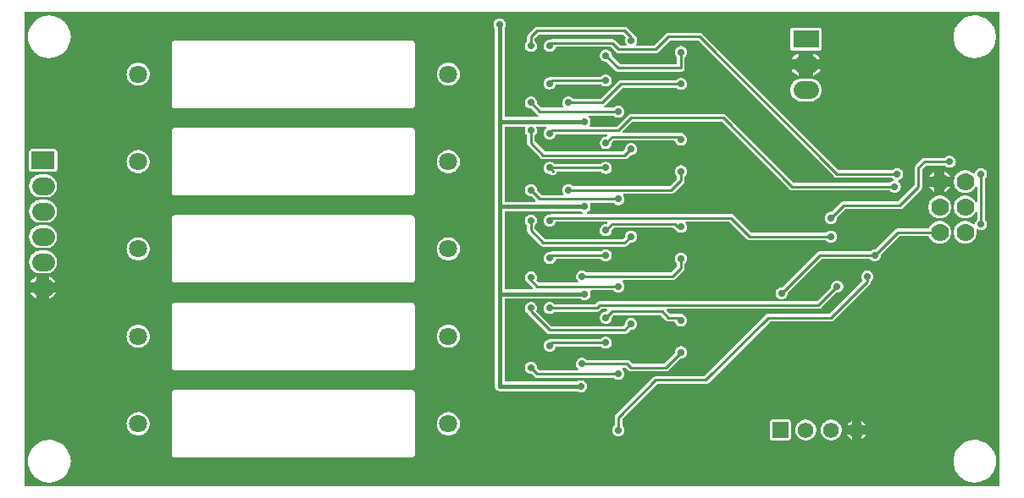
<source format=gbl>
G04 Layer: BottomLayer*
G04 EasyEDA v6.5.9, 2022-07-21 16:41:51*
G04 b4f09f4bc33d498599fb5b0af984a39b,0f63320d19d842adba92ba3d91eb0df2,10*
G04 Gerber Generator version 0.2*
G04 Scale: 100 percent, Rotated: No, Reflected: No *
G04 Dimensions in millimeters *
G04 leading zeros omitted , absolute positions ,4 integer and 5 decimal *
%FSLAX45Y45*%
%MOMM*%

%ADD10C,0.2540*%
%ADD11C,0.4500*%
%ADD12C,1.5748*%
%ADD13C,1.7780*%
%ADD14C,1.8000*%
%ADD15R,2.6000X1.8000*%
%ADD16C,0.7000*%
%ADD17C,0.0140*%

%LPD*%
G36*
X135178Y125018D02*
G01*
X131267Y125780D01*
X127965Y127965D01*
X125780Y131267D01*
X125018Y135178D01*
X125018Y4864811D01*
X125780Y4868722D01*
X127965Y4872024D01*
X131267Y4874209D01*
X135178Y4874971D01*
X9864801Y4874971D01*
X9868712Y4874209D01*
X9872014Y4872024D01*
X9874199Y4868722D01*
X9874961Y4864811D01*
X9874961Y135178D01*
X9874199Y131267D01*
X9872014Y127965D01*
X9868712Y125780D01*
X9864801Y125018D01*
G37*

%LPC*%
G36*
X378968Y161645D02*
G01*
X403910Y163576D01*
X422503Y166979D01*
X425500Y167690D01*
X443636Y172974D01*
X464058Y181102D01*
X466851Y182422D01*
X486156Y192887D01*
X501853Y203403D01*
X518820Y217373D01*
X521055Y219456D01*
X536295Y235305D01*
X548030Y250139D01*
X549808Y252628D01*
X561441Y271221D01*
X571144Y290982D01*
X577799Y308660D01*
X583539Y329844D01*
X587095Y351536D01*
X587400Y354584D01*
X588365Y373481D01*
X588365Y376529D01*
X587400Y395427D01*
X587095Y398475D01*
X583539Y420116D01*
X577799Y441350D01*
X571144Y459028D01*
X561441Y478739D01*
X559917Y481431D01*
X549808Y497382D01*
X548030Y499872D01*
X536295Y514705D01*
X521055Y530555D01*
X518820Y532638D01*
X504291Y544728D01*
X501853Y546557D01*
X486156Y557123D01*
X466851Y567588D01*
X464058Y568909D01*
X443636Y577037D01*
X425500Y582320D01*
X422503Y583031D01*
X400862Y586790D01*
X382016Y588264D01*
X360070Y587857D01*
X338277Y585165D01*
X335229Y584606D01*
X316839Y580288D01*
X313893Y579424D01*
X296062Y573227D01*
X293217Y572058D01*
X273354Y562610D01*
X254609Y551180D01*
X237134Y537870D01*
X223266Y525018D01*
X221132Y522833D01*
X208635Y508609D01*
X206756Y506222D01*
X194157Y488238D01*
X184810Y471779D01*
X175869Y451713D01*
X169062Y430834D01*
X163931Y406298D01*
X162001Y387502D01*
X161848Y384454D01*
X161848Y365556D01*
X162001Y362508D01*
X163931Y343662D01*
X168300Y322122D01*
X169062Y319176D01*
X174802Y301142D01*
X175869Y298297D01*
X184810Y278231D01*
X195783Y259181D01*
X208635Y241401D01*
X221132Y227177D01*
X223266Y224993D01*
X237134Y212140D01*
X239521Y210159D01*
X257149Y197104D01*
X276098Y185928D01*
X296062Y176784D01*
X313893Y170586D01*
X316839Y169722D01*
X335229Y165354D01*
X338277Y164795D01*
X360070Y162153D01*
G37*
G36*
X9628936Y161645D02*
G01*
X9653879Y163576D01*
X9672523Y166979D01*
X9693656Y172974D01*
X9714026Y181102D01*
X9716820Y182422D01*
X9736124Y192887D01*
X9751822Y203403D01*
X9768789Y217373D01*
X9771024Y219456D01*
X9786264Y235305D01*
X9797999Y250139D01*
X9799777Y252628D01*
X9809937Y268579D01*
X9819894Y288137D01*
X9827768Y308660D01*
X9833508Y329844D01*
X9834168Y332841D01*
X9837064Y351536D01*
X9837369Y354584D01*
X9838334Y373481D01*
X9838334Y376529D01*
X9837369Y395427D01*
X9837064Y398475D01*
X9834168Y417118D01*
X9828682Y438404D01*
X9827768Y441350D01*
X9821113Y459028D01*
X9819894Y461822D01*
X9809937Y481431D01*
X9799777Y497382D01*
X9797999Y499872D01*
X9786264Y514705D01*
X9771024Y530555D01*
X9768789Y532638D01*
X9754260Y544728D01*
X9751822Y546557D01*
X9736124Y557123D01*
X9716820Y567588D01*
X9714026Y568909D01*
X9693656Y577037D01*
X9672523Y583031D01*
X9650882Y586790D01*
X9631984Y588264D01*
X9610039Y587857D01*
X9588246Y585165D01*
X9566808Y580288D01*
X9563862Y579424D01*
X9546031Y573227D01*
X9543186Y572058D01*
X9523374Y562610D01*
X9507118Y552856D01*
X9504629Y551180D01*
X9487154Y537870D01*
X9473234Y525018D01*
X9471101Y522833D01*
X9456724Y506222D01*
X9444126Y488238D01*
X9434830Y471779D01*
X9433458Y469036D01*
X9424771Y448818D01*
X9419031Y430834D01*
X9414408Y409346D01*
X9411970Y387502D01*
X9411817Y384454D01*
X9411817Y365556D01*
X9411970Y362508D01*
X9414408Y340664D01*
X9419031Y319176D01*
X9424771Y301142D01*
X9433458Y280974D01*
X9434830Y278231D01*
X9445752Y259181D01*
X9456724Y243789D01*
X9471101Y227177D01*
X9473234Y224993D01*
X9489490Y210159D01*
X9507118Y197104D01*
X9526066Y185928D01*
X9546031Y176784D01*
X9563862Y170586D01*
X9566808Y169722D01*
X9588246Y164795D01*
X9610039Y162153D01*
G37*
G36*
X1625142Y411581D02*
G01*
X3999382Y411581D01*
X4005884Y412394D01*
X4011422Y414477D01*
X4016552Y418033D01*
X4019600Y421081D01*
X4022242Y424637D01*
X4024731Y430174D01*
X4025900Y437642D01*
X4025900Y1061872D01*
X4025087Y1068374D01*
X4023004Y1073912D01*
X4019448Y1079042D01*
X4016451Y1082090D01*
X4012844Y1084732D01*
X4007307Y1087221D01*
X3999839Y1088390D01*
X1625600Y1088390D01*
X1619097Y1087628D01*
X1613560Y1085494D01*
X1608429Y1081989D01*
X1605432Y1078941D01*
X1602790Y1075334D01*
X1600301Y1069797D01*
X1599082Y1062329D01*
X1599082Y438099D01*
X1599895Y431596D01*
X1601978Y426059D01*
X1605534Y420979D01*
X1608582Y417931D01*
X1612138Y415290D01*
X1617675Y412800D01*
G37*
G36*
X7603337Y582828D02*
G01*
X7759649Y582828D01*
X7765999Y583539D01*
X7771434Y585470D01*
X7776311Y588568D01*
X7780426Y592632D01*
X7783525Y597560D01*
X7785404Y602996D01*
X7786116Y609346D01*
X7786116Y765657D01*
X7785404Y772007D01*
X7783525Y777443D01*
X7780426Y782370D01*
X7776311Y786434D01*
X7771434Y789533D01*
X7765999Y791413D01*
X7759649Y792124D01*
X7603337Y792124D01*
X7596987Y791413D01*
X7591552Y789533D01*
X7586624Y786434D01*
X7582560Y782370D01*
X7579461Y777443D01*
X7577531Y772007D01*
X7576820Y765657D01*
X7576820Y609346D01*
X7577531Y602996D01*
X7579461Y597560D01*
X7582560Y592632D01*
X7586624Y588568D01*
X7591552Y585470D01*
X7596987Y583539D01*
G37*
G36*
X7935468Y582879D02*
G01*
X7949133Y583742D01*
X7962544Y586435D01*
X7975498Y590854D01*
X7987792Y596900D01*
X7999171Y604469D01*
X8009483Y613511D01*
X8018475Y623824D01*
X8026095Y635203D01*
X8032140Y647446D01*
X8036559Y660400D01*
X8039201Y673862D01*
X8040116Y687476D01*
X8039201Y701141D01*
X8036559Y714603D01*
X8032140Y727557D01*
X8026095Y739800D01*
X8018475Y751179D01*
X8009483Y761492D01*
X7999171Y770483D01*
X7987792Y778103D01*
X7975498Y784148D01*
X7962544Y788568D01*
X7949133Y791210D01*
X7935468Y792124D01*
X7921802Y791210D01*
X7908391Y788568D01*
X7895437Y784148D01*
X7883194Y778103D01*
X7871815Y770483D01*
X7861503Y761492D01*
X7852460Y751179D01*
X7844891Y739800D01*
X7838846Y727557D01*
X7834426Y714603D01*
X7831734Y701141D01*
X7830870Y687476D01*
X7831734Y673862D01*
X7834426Y660400D01*
X7838846Y647446D01*
X7844891Y635203D01*
X7852460Y623824D01*
X7861503Y613511D01*
X7871815Y604469D01*
X7883194Y596900D01*
X7895437Y590854D01*
X7908391Y586435D01*
X7921802Y583742D01*
G37*
G36*
X8189468Y582879D02*
G01*
X8203133Y583742D01*
X8216544Y586435D01*
X8229498Y590854D01*
X8241792Y596900D01*
X8253171Y604469D01*
X8263483Y613511D01*
X8272475Y623824D01*
X8280095Y635203D01*
X8286140Y647446D01*
X8290559Y660400D01*
X8293201Y673862D01*
X8294116Y687476D01*
X8293201Y701141D01*
X8290559Y714603D01*
X8286140Y727557D01*
X8280095Y739800D01*
X8272475Y751179D01*
X8263483Y761492D01*
X8253171Y770483D01*
X8241792Y778103D01*
X8229498Y784148D01*
X8216544Y788568D01*
X8203133Y791210D01*
X8189468Y792124D01*
X8175802Y791210D01*
X8162391Y788568D01*
X8149437Y784148D01*
X8137194Y778103D01*
X8125815Y770483D01*
X8115503Y761492D01*
X8106460Y751179D01*
X8098891Y739800D01*
X8092846Y727557D01*
X8088426Y714603D01*
X8085734Y701141D01*
X8084870Y687476D01*
X8085734Y673862D01*
X8088426Y660400D01*
X8092846Y647446D01*
X8098891Y635203D01*
X8106460Y623824D01*
X8115503Y613511D01*
X8125815Y604469D01*
X8137194Y596900D01*
X8149437Y590854D01*
X8162391Y586435D01*
X8175802Y583742D01*
G37*
G36*
X8397748Y593648D02*
G01*
X8397748Y641756D01*
X8349640Y641756D01*
X8352891Y635203D01*
X8360460Y623824D01*
X8369503Y613511D01*
X8379815Y604469D01*
X8391194Y596900D01*
G37*
G36*
X8489188Y593648D02*
G01*
X8495792Y596900D01*
X8507171Y604469D01*
X8517483Y613511D01*
X8526475Y623824D01*
X8534095Y635203D01*
X8537346Y641756D01*
X8489188Y641756D01*
G37*
G36*
X6057493Y626821D02*
G01*
X6067501Y626821D01*
X6077458Y628497D01*
X6086957Y631748D01*
X6095796Y636524D01*
X6103721Y642721D01*
X6110528Y650087D01*
X6116015Y658520D01*
X6120079Y667715D01*
X6122517Y677468D01*
X6123381Y687476D01*
X6122517Y697534D01*
X6120079Y707288D01*
X6116015Y716483D01*
X6110528Y724916D01*
X6103772Y732231D01*
X6101791Y735431D01*
X6101080Y739089D01*
X6101080Y792276D01*
X6101892Y796188D01*
X6104077Y799490D01*
X6450482Y1145895D01*
X6453784Y1148130D01*
X6457696Y1148892D01*
X6936994Y1148892D01*
X6945020Y1149705D01*
X6952234Y1151890D01*
X6958888Y1155446D01*
X6965137Y1160576D01*
X7575499Y1770938D01*
X7578801Y1773123D01*
X7582712Y1773885D01*
X8186978Y1773885D01*
X8195005Y1774698D01*
X8202218Y1776882D01*
X8208924Y1780438D01*
X8215122Y1785569D01*
X8576919Y2147366D01*
X8582050Y2153615D01*
X8585606Y2160270D01*
X8587790Y2167483D01*
X8588451Y2174189D01*
X8589314Y2177338D01*
X8591092Y2180082D01*
X8598052Y2187600D01*
X8603538Y2196033D01*
X8607552Y2205228D01*
X8610041Y2214981D01*
X8610854Y2224989D01*
X8610041Y2234996D01*
X8607552Y2244750D01*
X8603538Y2253945D01*
X8598052Y2262378D01*
X8591245Y2269794D01*
X8583269Y2275941D01*
X8574430Y2280716D01*
X8564930Y2284018D01*
X8555024Y2285644D01*
X8544966Y2285644D01*
X8535060Y2284018D01*
X8525560Y2280716D01*
X8516721Y2275941D01*
X8508746Y2269794D01*
X8501938Y2262378D01*
X8496452Y2253945D01*
X8492439Y2244750D01*
X8489950Y2234996D01*
X8489137Y2224989D01*
X8489950Y2214981D01*
X8492439Y2205228D01*
X8496452Y2196033D01*
X8499805Y2190851D01*
X8501176Y2187702D01*
X8501430Y2184247D01*
X8500516Y2180945D01*
X8498484Y2178100D01*
X8174481Y1854098D01*
X8171180Y1851863D01*
X8167268Y1851101D01*
X7563002Y1851101D01*
X7554975Y1850339D01*
X7547711Y1848104D01*
X7541056Y1844548D01*
X7534859Y1839468D01*
X6924446Y1229106D01*
X6921195Y1226870D01*
X6917283Y1226108D01*
X6437985Y1226108D01*
X6429959Y1225296D01*
X6422745Y1223111D01*
X6416040Y1219555D01*
X6409842Y1214424D01*
X6035548Y840130D01*
X6030417Y833932D01*
X6026861Y827227D01*
X6024676Y820013D01*
X6023864Y811987D01*
X6023864Y739089D01*
X6023203Y735380D01*
X6021171Y732231D01*
X6014466Y724916D01*
X6008979Y716483D01*
X6004915Y707288D01*
X6002477Y697534D01*
X6001613Y687476D01*
X6002477Y677468D01*
X6004915Y667715D01*
X6008979Y658520D01*
X6014466Y650087D01*
X6021273Y642721D01*
X6029198Y636524D01*
X6038037Y631748D01*
X6047536Y628497D01*
G37*
G36*
X1255217Y634339D02*
G01*
X1269746Y634339D01*
X1284224Y636168D01*
X1298295Y639775D01*
X1311808Y645160D01*
X1324559Y652170D01*
X1336344Y660704D01*
X1346962Y670661D01*
X1356258Y681888D01*
X1364030Y694182D01*
X1370228Y707339D01*
X1374749Y721156D01*
X1377442Y735482D01*
X1378356Y750011D01*
X1377442Y764540D01*
X1374749Y778814D01*
X1370228Y792683D01*
X1364030Y805840D01*
X1356258Y818134D01*
X1346962Y829310D01*
X1336344Y839266D01*
X1324559Y847852D01*
X1311808Y854862D01*
X1298295Y860196D01*
X1284224Y863853D01*
X1269746Y865682D01*
X1255217Y865682D01*
X1240790Y863853D01*
X1226667Y860196D01*
X1213154Y854862D01*
X1200404Y847852D01*
X1188618Y839266D01*
X1178001Y829310D01*
X1168704Y818134D01*
X1160932Y805840D01*
X1154734Y792683D01*
X1150213Y778814D01*
X1147521Y764540D01*
X1146606Y750011D01*
X1147521Y735482D01*
X1150213Y721156D01*
X1154734Y707339D01*
X1160932Y694182D01*
X1168704Y681888D01*
X1178001Y670661D01*
X1188618Y660704D01*
X1200404Y652170D01*
X1213154Y645160D01*
X1226667Y639775D01*
X1240790Y636168D01*
G37*
G36*
X4355185Y634339D02*
G01*
X4369765Y634339D01*
X4384192Y636168D01*
X4398264Y639775D01*
X4411827Y645160D01*
X4424578Y652170D01*
X4436364Y660704D01*
X4446981Y670661D01*
X4456226Y681888D01*
X4464050Y694182D01*
X4470247Y707339D01*
X4474718Y721156D01*
X4477461Y735482D01*
X4478375Y750011D01*
X4477461Y764540D01*
X4474718Y778814D01*
X4470247Y792683D01*
X4464050Y805840D01*
X4456226Y818134D01*
X4446981Y829310D01*
X4436364Y839266D01*
X4424578Y847852D01*
X4411827Y854862D01*
X4398264Y860196D01*
X4384192Y863853D01*
X4369765Y865682D01*
X4355185Y865682D01*
X4340758Y863853D01*
X4326686Y860196D01*
X4313123Y854862D01*
X4300372Y847852D01*
X4288586Y839266D01*
X4278020Y829310D01*
X4268724Y818134D01*
X4260900Y805840D01*
X4254703Y792683D01*
X4250232Y778814D01*
X4247489Y764540D01*
X4246575Y750011D01*
X4247489Y735482D01*
X4250232Y721156D01*
X4254703Y707339D01*
X4260900Y694182D01*
X4268724Y681888D01*
X4278020Y670661D01*
X4288586Y660704D01*
X4300372Y652170D01*
X4313123Y645160D01*
X4326686Y639775D01*
X4340758Y636168D01*
G37*
G36*
X8349640Y733196D02*
G01*
X8397748Y733196D01*
X8397748Y781354D01*
X8391194Y778103D01*
X8379815Y770483D01*
X8369503Y761492D01*
X8360460Y751179D01*
X8352891Y739800D01*
G37*
G36*
X8489188Y733196D02*
G01*
X8537346Y733196D01*
X8534095Y739800D01*
X8526475Y751179D01*
X8517483Y761492D01*
X8507171Y770483D01*
X8495792Y778103D01*
X8489188Y781354D01*
G37*
G36*
X5682488Y1064310D02*
G01*
X5692495Y1064310D01*
X5702452Y1065987D01*
X5711952Y1069238D01*
X5720791Y1074013D01*
X5728716Y1080211D01*
X5735523Y1087577D01*
X5741009Y1096010D01*
X5745073Y1105204D01*
X5747512Y1114958D01*
X5748375Y1124966D01*
X5747512Y1135024D01*
X5745073Y1144778D01*
X5741009Y1153972D01*
X5735523Y1162405D01*
X5728716Y1169771D01*
X5720791Y1175969D01*
X5711952Y1180744D01*
X5702452Y1183995D01*
X5692495Y1185672D01*
X5682488Y1185672D01*
X5672531Y1183995D01*
X5663031Y1180744D01*
X5650738Y1173937D01*
X5647436Y1173378D01*
X4933543Y1173378D01*
X4929682Y1174191D01*
X4926380Y1176375D01*
X4924196Y1179677D01*
X4923383Y1183538D01*
X4923383Y1991461D01*
X4924196Y1995373D01*
X4926380Y1998624D01*
X4929682Y2000859D01*
X4933543Y2001621D01*
X5684875Y2001621D01*
X5688177Y2001062D01*
X5700522Y1994255D01*
X5710021Y1990953D01*
X5719978Y1989328D01*
X5729986Y1989328D01*
X5739942Y1990953D01*
X5749442Y1994255D01*
X5758281Y1999030D01*
X5766206Y2005177D01*
X5773013Y2012594D01*
X5778500Y2021027D01*
X5782564Y2030222D01*
X5785002Y2039975D01*
X5785866Y2049983D01*
X5785002Y2059990D01*
X5782564Y2069744D01*
X5781497Y2072132D01*
X5780633Y2076043D01*
X5781395Y2080006D01*
X5783580Y2083358D01*
X5786882Y2085593D01*
X5790793Y2086406D01*
X6011113Y2086406D01*
X6015177Y2085543D01*
X6018580Y2083104D01*
X6021273Y2080209D01*
X6029198Y2074011D01*
X6038037Y2069236D01*
X6047536Y2065985D01*
X6057493Y2064308D01*
X6067501Y2064308D01*
X6077458Y2065985D01*
X6086957Y2069236D01*
X6095796Y2074011D01*
X6103721Y2080209D01*
X6110528Y2087575D01*
X6116015Y2096007D01*
X6120079Y2105202D01*
X6122517Y2114956D01*
X6123381Y2124964D01*
X6122517Y2135022D01*
X6120079Y2144776D01*
X6116015Y2153970D01*
X6110528Y2162403D01*
X6104128Y2169363D01*
X6102096Y2172665D01*
X6101435Y2176526D01*
X6102299Y2180285D01*
X6104534Y2183485D01*
X6107785Y2185619D01*
X6111595Y2186381D01*
X6599478Y2186381D01*
X6607505Y2187194D01*
X6614718Y2189378D01*
X6621424Y2192934D01*
X6627622Y2198065D01*
X6714439Y2284831D01*
X6719570Y2291080D01*
X6723125Y2297734D01*
X6725310Y2304999D01*
X6726123Y2312974D01*
X6726123Y2351633D01*
X6726783Y2355342D01*
X6728764Y2358542D01*
X6735521Y2365857D01*
X6741007Y2374290D01*
X6745071Y2383485D01*
X6747509Y2393238D01*
X6748373Y2403246D01*
X6747509Y2413254D01*
X6745071Y2423007D01*
X6741007Y2432202D01*
X6735521Y2440635D01*
X6728714Y2448052D01*
X6720789Y2454198D01*
X6711950Y2458974D01*
X6702450Y2462276D01*
X6692493Y2463901D01*
X6682486Y2463901D01*
X6672529Y2462276D01*
X6663029Y2458974D01*
X6654190Y2454198D01*
X6646265Y2448052D01*
X6639458Y2440635D01*
X6633972Y2432202D01*
X6629908Y2423007D01*
X6627469Y2413254D01*
X6626606Y2403246D01*
X6627469Y2393238D01*
X6629908Y2383485D01*
X6633972Y2374290D01*
X6639458Y2365857D01*
X6646214Y2358542D01*
X6648196Y2355342D01*
X6648907Y2351633D01*
X6648907Y2332685D01*
X6648094Y2328824D01*
X6645909Y2325522D01*
X6586981Y2266594D01*
X6583680Y2264359D01*
X6579768Y2263597D01*
X5751372Y2263597D01*
X5747258Y2264460D01*
X5743905Y2266899D01*
X5741212Y2269794D01*
X5733288Y2275941D01*
X5724448Y2280716D01*
X5714949Y2284018D01*
X5704992Y2285644D01*
X5694984Y2285644D01*
X5685028Y2284018D01*
X5675528Y2280716D01*
X5666689Y2275941D01*
X5658764Y2269794D01*
X5651957Y2262378D01*
X5646470Y2253945D01*
X5642406Y2244750D01*
X5639968Y2234996D01*
X5639104Y2224989D01*
X5639968Y2214981D01*
X5642406Y2205228D01*
X5646470Y2196033D01*
X5651957Y2187600D01*
X5658358Y2180640D01*
X5660390Y2177338D01*
X5661050Y2173478D01*
X5660186Y2169668D01*
X5657951Y2166467D01*
X5654700Y2164334D01*
X5650890Y2163622D01*
X5270195Y2163622D01*
X5266283Y2164384D01*
X5262981Y2166569D01*
X5246420Y2183130D01*
X5244236Y2186482D01*
X5243474Y2190445D01*
X5244338Y2194407D01*
X5245049Y2196084D01*
X5247538Y2205837D01*
X5248351Y2215845D01*
X5247538Y2225903D01*
X5245049Y2235657D01*
X5241036Y2244852D01*
X5235549Y2253284D01*
X5228742Y2260650D01*
X5220766Y2266848D01*
X5211927Y2271623D01*
X5202428Y2274874D01*
X5192522Y2276551D01*
X5182463Y2276551D01*
X5172557Y2274874D01*
X5163058Y2271623D01*
X5154218Y2266848D01*
X5146243Y2260650D01*
X5139436Y2253284D01*
X5133949Y2244852D01*
X5129936Y2235657D01*
X5127447Y2225903D01*
X5126634Y2215845D01*
X5127447Y2205837D01*
X5129936Y2196084D01*
X5133949Y2186889D01*
X5139436Y2178456D01*
X5146243Y2171090D01*
X5154218Y2164892D01*
X5156352Y2163724D01*
X5159400Y2161235D01*
X5160518Y2159863D01*
X5204612Y2115769D01*
X5206796Y2112467D01*
X5207558Y2108606D01*
X5206796Y2104694D01*
X5204612Y2101443D01*
X5201310Y2099208D01*
X5197398Y2098446D01*
X4933594Y2098446D01*
X4929682Y2099208D01*
X4926431Y2101443D01*
X4924196Y2104694D01*
X4923434Y2108606D01*
X4923434Y2866440D01*
X4924196Y2870301D01*
X4926431Y2873603D01*
X4929682Y2875788D01*
X4933594Y2876600D01*
X5684926Y2876600D01*
X5688228Y2876042D01*
X5698744Y2870200D01*
X5702096Y2867253D01*
X5703925Y2863189D01*
X5703773Y2858770D01*
X5701792Y2854807D01*
X5698286Y2852064D01*
X5693918Y2851099D01*
X5403850Y2851099D01*
X5395874Y2850286D01*
X5388610Y2848102D01*
X5384647Y2845968D01*
X5382310Y2845104D01*
X5379821Y2844800D01*
X5369966Y2844800D01*
X5360060Y2843123D01*
X5350560Y2839872D01*
X5341721Y2835097D01*
X5333746Y2828899D01*
X5326938Y2821533D01*
X5321452Y2813100D01*
X5317439Y2803906D01*
X5314950Y2794152D01*
X5314137Y2784094D01*
X5314950Y2774086D01*
X5317439Y2764332D01*
X5321452Y2755138D01*
X5326938Y2746705D01*
X5333746Y2739339D01*
X5341721Y2733141D01*
X5350560Y2728366D01*
X5360060Y2725115D01*
X5369966Y2723438D01*
X5380024Y2723438D01*
X5389930Y2725115D01*
X5399430Y2728366D01*
X5408269Y2733141D01*
X5416245Y2739339D01*
X5423052Y2746705D01*
X5428538Y2755138D01*
X5432552Y2764332D01*
X5433060Y2766212D01*
X5435041Y2770174D01*
X5438546Y2772918D01*
X5442915Y2773883D01*
X5944362Y2773883D01*
X5948273Y2773121D01*
X5951575Y2770886D01*
X5953810Y2767584D01*
X5954522Y2763672D01*
X5953760Y2759760D01*
X5951524Y2756458D01*
X5946038Y2751074D01*
X5942736Y2748940D01*
X5938875Y2748178D01*
X5931458Y2748178D01*
X5921552Y2746502D01*
X5912053Y2743250D01*
X5903214Y2738475D01*
X5895238Y2732278D01*
X5888431Y2724912D01*
X5882944Y2716479D01*
X5878931Y2707284D01*
X5876442Y2697530D01*
X5875629Y2687472D01*
X5876442Y2677464D01*
X5878931Y2667711D01*
X5882944Y2658516D01*
X5888431Y2650083D01*
X5895238Y2642717D01*
X5903214Y2636520D01*
X5912053Y2631744D01*
X5921552Y2628493D01*
X5931458Y2626817D01*
X5941517Y2626817D01*
X5951423Y2628493D01*
X5960922Y2631744D01*
X5969762Y2636520D01*
X5977737Y2642717D01*
X5984544Y2650083D01*
X5990031Y2658516D01*
X5994044Y2667711D01*
X5996533Y2677464D01*
X5997295Y2688082D01*
X5997905Y2692450D01*
X6000292Y2696159D01*
X6012840Y2708452D01*
X6016091Y2710637D01*
X6019952Y2711399D01*
X6604863Y2711450D01*
X6608775Y2710688D01*
X6612077Y2708452D01*
X6625640Y2694940D01*
X6631838Y2689809D01*
X6635750Y2687726D01*
X6637832Y2686253D01*
X6646265Y2676956D01*
X6654190Y2670759D01*
X6663029Y2665984D01*
X6672529Y2662732D01*
X6682486Y2661056D01*
X6692493Y2661056D01*
X6702450Y2662732D01*
X6711950Y2665984D01*
X6720789Y2670759D01*
X6728714Y2676956D01*
X6735521Y2684322D01*
X6741007Y2692755D01*
X6745071Y2701950D01*
X6747509Y2711704D01*
X6748373Y2721711D01*
X6747509Y2731770D01*
X6745071Y2741523D01*
X6741007Y2750718D01*
X6736130Y2758186D01*
X6734606Y2762199D01*
X6734911Y2766517D01*
X6736943Y2770378D01*
X6740448Y2772968D01*
X6744665Y2773883D01*
X7167270Y2773883D01*
X7171181Y2773121D01*
X7174484Y2770886D01*
X7347356Y2598064D01*
X7353553Y2592933D01*
X7360208Y2589377D01*
X7367473Y2587193D01*
X7375499Y2586380D01*
X8136128Y2586380D01*
X8140192Y2585516D01*
X8143595Y2583078D01*
X8146237Y2580182D01*
X8154212Y2574036D01*
X8163052Y2569260D01*
X8172551Y2565958D01*
X8182457Y2564333D01*
X8192516Y2564333D01*
X8202422Y2565958D01*
X8211921Y2569260D01*
X8220760Y2574036D01*
X8228736Y2580182D01*
X8235543Y2587599D01*
X8241030Y2596032D01*
X8245043Y2605227D01*
X8247532Y2614980D01*
X8248345Y2624988D01*
X8247532Y2634996D01*
X8245043Y2644749D01*
X8241030Y2653944D01*
X8235543Y2662377D01*
X8228736Y2669794D01*
X8220760Y2675940D01*
X8211921Y2680716D01*
X8202422Y2684018D01*
X8192516Y2685643D01*
X8182457Y2685643D01*
X8172551Y2684018D01*
X8163052Y2680716D01*
X8154212Y2675940D01*
X8146237Y2669794D01*
X8143595Y2666898D01*
X8140192Y2664460D01*
X8136128Y2663596D01*
X7395159Y2663596D01*
X7391298Y2664358D01*
X7387996Y2666593D01*
X7215124Y2839415D01*
X7208926Y2844546D01*
X7202220Y2848102D01*
X7195007Y2850286D01*
X7186980Y2851099D01*
X5756046Y2851099D01*
X5751677Y2852064D01*
X5748172Y2854807D01*
X5746191Y2858770D01*
X5746038Y2863189D01*
X5747867Y2867253D01*
X5751220Y2870200D01*
X5758281Y2874010D01*
X5766206Y2880207D01*
X5773013Y2887573D01*
X5778500Y2896006D01*
X5782564Y2905201D01*
X5785002Y2914954D01*
X5785866Y2924962D01*
X5785002Y2935020D01*
X5782564Y2944774D01*
X5781497Y2947162D01*
X5780633Y2951073D01*
X5781395Y2954985D01*
X5783580Y2958338D01*
X5786882Y2960573D01*
X5790793Y2961386D01*
X6011113Y2961386D01*
X6015228Y2960522D01*
X6018580Y2958084D01*
X6021273Y2955188D01*
X6029198Y2949041D01*
X6038037Y2944266D01*
X6047536Y2940964D01*
X6057493Y2939338D01*
X6067501Y2939338D01*
X6077458Y2940964D01*
X6086957Y2944266D01*
X6095796Y2949041D01*
X6103721Y2955188D01*
X6110528Y2962605D01*
X6116015Y2971038D01*
X6120079Y2980232D01*
X6122517Y2989986D01*
X6123381Y2999994D01*
X6122517Y3010001D01*
X6120079Y3019755D01*
X6116015Y3028950D01*
X6111036Y3036620D01*
X6109512Y3040634D01*
X6109766Y3044952D01*
X6111849Y3048812D01*
X6115304Y3051403D01*
X6119571Y3052318D01*
X6590284Y3052318D01*
X6598259Y3053080D01*
X6605524Y3055264D01*
X6612178Y3058820D01*
X6618427Y3063951D01*
X6714490Y3159760D01*
X6719620Y3165957D01*
X6723176Y3172663D01*
X6725361Y3179876D01*
X6726174Y3187903D01*
X6726174Y3226714D01*
X6726885Y3230422D01*
X6728866Y3233623D01*
X6735521Y3240836D01*
X6741007Y3249269D01*
X6745071Y3258464D01*
X6747509Y3268217D01*
X6748373Y3278225D01*
X6747509Y3288284D01*
X6745071Y3298037D01*
X6741007Y3307232D01*
X6735521Y3315665D01*
X6728714Y3323031D01*
X6720789Y3329228D01*
X6711950Y3334004D01*
X6702450Y3337255D01*
X6692493Y3338931D01*
X6682486Y3338931D01*
X6672529Y3337255D01*
X6663029Y3334004D01*
X6654190Y3329228D01*
X6646265Y3323031D01*
X6639458Y3315665D01*
X6633972Y3307232D01*
X6629908Y3298037D01*
X6627469Y3288284D01*
X6626606Y3278225D01*
X6627469Y3268217D01*
X6629908Y3258464D01*
X6633972Y3249269D01*
X6639458Y3240836D01*
X6646265Y3233470D01*
X6648246Y3230270D01*
X6648958Y3226562D01*
X6648958Y3207664D01*
X6648196Y3203803D01*
X6645960Y3200501D01*
X6577787Y3132480D01*
X6574536Y3130296D01*
X6570624Y3129534D01*
X5613806Y3129534D01*
X5609742Y3130397D01*
X5606338Y3132836D01*
X5603748Y3135680D01*
X5595772Y3141827D01*
X5586933Y3146602D01*
X5577433Y3149904D01*
X5567527Y3151530D01*
X5557469Y3151530D01*
X5547563Y3149904D01*
X5538063Y3146602D01*
X5529224Y3141827D01*
X5521248Y3135680D01*
X5514441Y3128264D01*
X5508955Y3119831D01*
X5504942Y3110636D01*
X5502452Y3100882D01*
X5501640Y3090875D01*
X5502452Y3080867D01*
X5504942Y3071114D01*
X5508955Y3061919D01*
X5513933Y3054299D01*
X5515457Y3050286D01*
X5515152Y3045968D01*
X5513120Y3042107D01*
X5509666Y3039516D01*
X5505399Y3038602D01*
X5298541Y3038602D01*
X5294680Y3039364D01*
X5291378Y3041599D01*
X5251196Y3081731D01*
X5248859Y3085439D01*
X5247538Y3100882D01*
X5245049Y3110636D01*
X5241036Y3119831D01*
X5235549Y3128264D01*
X5228742Y3135680D01*
X5220766Y3141827D01*
X5211927Y3146602D01*
X5202428Y3149904D01*
X5192522Y3151530D01*
X5182463Y3151530D01*
X5172557Y3149904D01*
X5163058Y3146602D01*
X5154218Y3141827D01*
X5146243Y3135680D01*
X5139436Y3128264D01*
X5133949Y3119831D01*
X5129936Y3110636D01*
X5127447Y3100882D01*
X5126634Y3090875D01*
X5127447Y3080867D01*
X5129936Y3071114D01*
X5133949Y3061919D01*
X5139436Y3053486D01*
X5146243Y3046069D01*
X5154218Y3039922D01*
X5163058Y3035147D01*
X5172557Y3031845D01*
X5182463Y3030220D01*
X5189321Y3030220D01*
X5193233Y3029458D01*
X5196535Y3027222D01*
X5233009Y2990748D01*
X5235194Y2987446D01*
X5236006Y2983585D01*
X5235194Y2979674D01*
X5233009Y2976372D01*
X5229707Y2974187D01*
X5225846Y2973425D01*
X4933543Y2973425D01*
X4929682Y2974187D01*
X4926380Y2976372D01*
X4924196Y2979674D01*
X4923383Y2983585D01*
X4923383Y3716375D01*
X4924196Y3720287D01*
X4926380Y3723589D01*
X4929682Y3725773D01*
X4933543Y3726535D01*
X5122824Y3726535D01*
X5126736Y3725773D01*
X5130088Y3723487D01*
X5132273Y3720134D01*
X5132984Y3716223D01*
X5132120Y3712311D01*
X5129936Y3707282D01*
X5127447Y3697528D01*
X5126634Y3687470D01*
X5127447Y3677462D01*
X5129936Y3667709D01*
X5133949Y3658514D01*
X5139436Y3650081D01*
X5146141Y3642817D01*
X5148122Y3639667D01*
X5148834Y3635959D01*
X5148834Y3563112D01*
X5149596Y3555136D01*
X5151780Y3547872D01*
X5155336Y3541217D01*
X5160467Y3534968D01*
X5284724Y3410458D01*
X5290972Y3405327D01*
X5297627Y3401771D01*
X5304840Y3399586D01*
X5312867Y3398774D01*
X6124448Y3398774D01*
X6132474Y3399586D01*
X6139688Y3401771D01*
X6146393Y3405327D01*
X6152591Y3410458D01*
X6178550Y3436365D01*
X6181801Y3438550D01*
X6185712Y3439312D01*
X6192520Y3439312D01*
X6202426Y3440988D01*
X6211925Y3444240D01*
X6220764Y3449015D01*
X6228740Y3455212D01*
X6235547Y3462578D01*
X6241034Y3471011D01*
X6245047Y3480206D01*
X6247536Y3489960D01*
X6248349Y3499967D01*
X6247536Y3510026D01*
X6245047Y3519779D01*
X6241034Y3528974D01*
X6235547Y3537407D01*
X6228740Y3544773D01*
X6220764Y3550970D01*
X6211925Y3555746D01*
X6202426Y3558997D01*
X6192520Y3560673D01*
X6182461Y3560673D01*
X6172555Y3558997D01*
X6163056Y3555746D01*
X6154216Y3550970D01*
X6146241Y3544773D01*
X6139434Y3537407D01*
X6133947Y3528974D01*
X6129934Y3519779D01*
X6127445Y3510026D01*
X6126124Y3494481D01*
X6123787Y3490823D01*
X6111951Y3478987D01*
X6108649Y3476751D01*
X6104737Y3475990D01*
X5332628Y3475990D01*
X5328767Y3476751D01*
X5325465Y3478987D01*
X5228996Y3575608D01*
X5226812Y3578910D01*
X5226050Y3582771D01*
X5226050Y3635857D01*
X5226761Y3639515D01*
X5228742Y3642715D01*
X5235549Y3650081D01*
X5241036Y3658514D01*
X5245049Y3667709D01*
X5247538Y3677462D01*
X5248351Y3687470D01*
X5247538Y3697528D01*
X5245049Y3707282D01*
X5242864Y3712311D01*
X5242001Y3716223D01*
X5242712Y3720134D01*
X5244896Y3723487D01*
X5248249Y3725773D01*
X5252161Y3726535D01*
X5333238Y3726535D01*
X5337352Y3725672D01*
X5340705Y3723284D01*
X5342839Y3719677D01*
X5343398Y3715562D01*
X5342178Y3711549D01*
X5339486Y3708349D01*
X5333746Y3703929D01*
X5326938Y3696512D01*
X5321452Y3688079D01*
X5317439Y3678885D01*
X5314950Y3669131D01*
X5314137Y3659124D01*
X5314950Y3649116D01*
X5317439Y3639362D01*
X5321452Y3630168D01*
X5326938Y3621735D01*
X5333746Y3614318D01*
X5341721Y3608171D01*
X5350560Y3603396D01*
X5360060Y3600094D01*
X5369966Y3598468D01*
X5380024Y3598468D01*
X5389930Y3600094D01*
X5399430Y3603396D01*
X5408269Y3608171D01*
X5416245Y3614318D01*
X5423052Y3621735D01*
X5428538Y3630168D01*
X5432552Y3639362D01*
X5433060Y3641293D01*
X5435092Y3645255D01*
X5438597Y3647998D01*
X5442915Y3648964D01*
X5944717Y3648964D01*
X5948629Y3648201D01*
X5951931Y3645966D01*
X5954115Y3642715D01*
X5954877Y3638804D01*
X5954115Y3634892D01*
X5951931Y3631641D01*
X5946444Y3626154D01*
X5943142Y3623919D01*
X5939282Y3623157D01*
X5932474Y3623157D01*
X5922518Y3621532D01*
X5913018Y3618229D01*
X5904179Y3613454D01*
X5896254Y3607308D01*
X5889447Y3599891D01*
X5883960Y3591458D01*
X5879896Y3582263D01*
X5877458Y3572510D01*
X5876594Y3562502D01*
X5877458Y3552494D01*
X5879896Y3542741D01*
X5883960Y3533546D01*
X5889447Y3525113D01*
X5896254Y3517696D01*
X5904179Y3511550D01*
X5913018Y3506774D01*
X5922518Y3503472D01*
X5932474Y3501847D01*
X5942482Y3501847D01*
X5952439Y3503472D01*
X5961938Y3506774D01*
X5970778Y3511550D01*
X5978702Y3517696D01*
X5985510Y3525113D01*
X5990996Y3533546D01*
X5995060Y3542741D01*
X5997498Y3552494D01*
X5998819Y3567988D01*
X6001207Y3571697D01*
X6012992Y3583482D01*
X6016294Y3585718D01*
X6020206Y3586479D01*
X6619595Y3586479D01*
X6623913Y3585514D01*
X6627418Y3582771D01*
X6629450Y3578809D01*
X6629908Y3576980D01*
X6633972Y3567785D01*
X6639458Y3559352D01*
X6646265Y3551936D01*
X6654190Y3545789D01*
X6663029Y3541014D01*
X6672529Y3537712D01*
X6682486Y3536086D01*
X6692493Y3536086D01*
X6702450Y3537712D01*
X6711950Y3541014D01*
X6720789Y3545789D01*
X6728714Y3551936D01*
X6735521Y3559352D01*
X6741007Y3567785D01*
X6745071Y3576980D01*
X6747509Y3586734D01*
X6748373Y3596741D01*
X6747509Y3606749D01*
X6745071Y3616502D01*
X6741007Y3625697D01*
X6735521Y3634130D01*
X6728714Y3641547D01*
X6720789Y3647694D01*
X6718706Y3648811D01*
X6714845Y3652367D01*
X6709003Y3657142D01*
X6702298Y3660698D01*
X6695084Y3662883D01*
X6687058Y3663696D01*
X6117742Y3663696D01*
X6113830Y3664458D01*
X6110528Y3666693D01*
X6108344Y3669944D01*
X6107582Y3673856D01*
X6108344Y3677767D01*
X6110528Y3681018D01*
X6200444Y3770934D01*
X6203746Y3773170D01*
X6207658Y3773932D01*
X7092289Y3773932D01*
X7096201Y3773170D01*
X7099503Y3770934D01*
X7772450Y3098038D01*
X7778648Y3092907D01*
X7785353Y3089351D01*
X7792567Y3087166D01*
X7800594Y3086354D01*
X8773617Y3086354D01*
X8777732Y3085490D01*
X8781084Y3083052D01*
X8783726Y3080207D01*
X8791702Y3074009D01*
X8800541Y3069234D01*
X8810040Y3065983D01*
X8819946Y3064306D01*
X8830005Y3064306D01*
X8839911Y3065983D01*
X8849410Y3069234D01*
X8858250Y3074009D01*
X8866225Y3080207D01*
X8873032Y3087573D01*
X8878519Y3096006D01*
X8882532Y3105200D01*
X8885021Y3114954D01*
X8885834Y3124962D01*
X8885021Y3135020D01*
X8882532Y3144774D01*
X8878519Y3153968D01*
X8873032Y3162401D01*
X8866225Y3169767D01*
X8861755Y3173272D01*
X8858961Y3176574D01*
X8857843Y3180791D01*
X8858554Y3185058D01*
X8860993Y3188614D01*
X8864701Y3190900D01*
X8874455Y3194253D01*
X8883294Y3199028D01*
X8891219Y3205175D01*
X8898026Y3212592D01*
X8903512Y3221024D01*
X8907576Y3230219D01*
X8910015Y3239973D01*
X8910878Y3249980D01*
X8910015Y3259988D01*
X8907576Y3269742D01*
X8903512Y3278936D01*
X8898026Y3287369D01*
X8891219Y3294786D01*
X8883294Y3300933D01*
X8874455Y3305708D01*
X8864955Y3309010D01*
X8854998Y3310636D01*
X8844991Y3310636D01*
X8835034Y3309010D01*
X8825534Y3305708D01*
X8816695Y3300933D01*
X8808770Y3294786D01*
X8806027Y3291840D01*
X8802674Y3289401D01*
X8798560Y3288537D01*
X8270138Y3288537D01*
X8266226Y3289300D01*
X8262924Y3291535D01*
X6902653Y4652010D01*
X6896455Y4657140D01*
X6889800Y4660696D01*
X6882536Y4662881D01*
X6874509Y4663694D01*
X6563106Y4663694D01*
X6555130Y4662932D01*
X6547866Y4660747D01*
X6541211Y4657191D01*
X6534962Y4652060D01*
X6424371Y4541672D01*
X6421069Y4539488D01*
X6417208Y4538726D01*
X6248400Y4538726D01*
X6244183Y4539640D01*
X6240729Y4542231D01*
X6238646Y4546092D01*
X6238341Y4550410D01*
X6239916Y4554423D01*
X6244031Y4560773D01*
X6248044Y4569968D01*
X6250533Y4579721D01*
X6251346Y4589729D01*
X6250533Y4599736D01*
X6248044Y4609490D01*
X6244031Y4618685D01*
X6238544Y4627118D01*
X6231737Y4634534D01*
X6225895Y4639056D01*
X6222542Y4643475D01*
X6217412Y4649673D01*
X6152591Y4714494D01*
X6146393Y4719624D01*
X6139688Y4723180D01*
X6132474Y4725365D01*
X6124448Y4726178D01*
X5250434Y4726178D01*
X5242407Y4725365D01*
X5235194Y4723180D01*
X5228488Y4719624D01*
X5222290Y4714494D01*
X5160518Y4652721D01*
X5155387Y4646523D01*
X5151831Y4639818D01*
X5149646Y4632604D01*
X5148834Y4624578D01*
X5148834Y4585665D01*
X5148122Y4581956D01*
X5146141Y4578807D01*
X5139436Y4571542D01*
X5133949Y4563110D01*
X5129936Y4553915D01*
X5127447Y4544161D01*
X5126634Y4534103D01*
X5127447Y4524095D01*
X5129936Y4514342D01*
X5133949Y4505147D01*
X5139436Y4496714D01*
X5146243Y4489348D01*
X5154218Y4483150D01*
X5163058Y4478375D01*
X5172557Y4475124D01*
X5182463Y4473448D01*
X5192522Y4473448D01*
X5202428Y4475124D01*
X5211927Y4478375D01*
X5220766Y4483150D01*
X5228742Y4489348D01*
X5235549Y4496714D01*
X5241036Y4505147D01*
X5245049Y4514342D01*
X5247538Y4524095D01*
X5248351Y4534103D01*
X5247538Y4544161D01*
X5245049Y4553915D01*
X5241036Y4563110D01*
X5235549Y4571542D01*
X5228742Y4578908D01*
X5226761Y4582109D01*
X5226050Y4585766D01*
X5226050Y4604867D01*
X5226812Y4608779D01*
X5229047Y4612081D01*
X5262930Y4645964D01*
X5266232Y4648200D01*
X5270144Y4648962D01*
X6104737Y4648962D01*
X6108649Y4648200D01*
X6111951Y4645964D01*
X6132728Y4625187D01*
X6134963Y4621834D01*
X6135725Y4617872D01*
X6134862Y4613910D01*
X6132931Y4609490D01*
X6130442Y4599736D01*
X6129629Y4589729D01*
X6130442Y4579721D01*
X6132931Y4569968D01*
X6136944Y4560773D01*
X6141059Y4554423D01*
X6142634Y4550410D01*
X6142329Y4546092D01*
X6140246Y4542231D01*
X6136792Y4539640D01*
X6132576Y4538726D01*
X6082690Y4538726D01*
X6078778Y4539488D01*
X6075476Y4541723D01*
X6027623Y4589526D01*
X6021425Y4594656D01*
X6014720Y4598212D01*
X6007506Y4600397D01*
X5999480Y4601210D01*
X5403850Y4601210D01*
X5395823Y4600397D01*
X5388610Y4598212D01*
X5384393Y4595977D01*
X5382107Y4595114D01*
X5379618Y4594809D01*
X5369966Y4594809D01*
X5360060Y4593132D01*
X5350560Y4589881D01*
X5341721Y4585106D01*
X5333746Y4578908D01*
X5326938Y4571542D01*
X5321452Y4563110D01*
X5317439Y4553915D01*
X5314950Y4544161D01*
X5314137Y4534103D01*
X5314950Y4524095D01*
X5317439Y4514342D01*
X5321452Y4505147D01*
X5326938Y4496714D01*
X5333746Y4489348D01*
X5341721Y4483150D01*
X5350560Y4478375D01*
X5360060Y4475124D01*
X5369966Y4473448D01*
X5380024Y4473448D01*
X5389930Y4475124D01*
X5399430Y4478375D01*
X5408269Y4483150D01*
X5416245Y4489348D01*
X5423052Y4496714D01*
X5428538Y4505147D01*
X5432552Y4514342D01*
X5433060Y4516323D01*
X5435092Y4520285D01*
X5438597Y4523028D01*
X5442915Y4523994D01*
X5979769Y4523994D01*
X5983681Y4523232D01*
X5986983Y4520996D01*
X6034836Y4473194D01*
X6041034Y4468063D01*
X6047740Y4464507D01*
X6054953Y4462322D01*
X6062980Y4461510D01*
X6436868Y4461510D01*
X6444843Y4462272D01*
X6452108Y4464456D01*
X6458762Y4468012D01*
X6465011Y4473143D01*
X6575602Y4583531D01*
X6578904Y4585716D01*
X6582765Y4586478D01*
X6854799Y4586478D01*
X6858711Y4585716D01*
X6862013Y4583480D01*
X8222284Y3223006D01*
X8228482Y3217875D01*
X8235137Y3214319D01*
X8242401Y3212134D01*
X8250428Y3211322D01*
X8798661Y3211322D01*
X8802725Y3210458D01*
X8806129Y3208020D01*
X8808770Y3205175D01*
X8813241Y3201720D01*
X8815984Y3198368D01*
X8817152Y3194202D01*
X8816441Y3189935D01*
X8814003Y3186328D01*
X8810294Y3184093D01*
X8800541Y3180740D01*
X8791702Y3175965D01*
X8783726Y3169767D01*
X8781034Y3166872D01*
X8777681Y3164433D01*
X8773566Y3163570D01*
X7820304Y3163570D01*
X7816392Y3164332D01*
X7813090Y3166567D01*
X7140143Y3839464D01*
X7133945Y3844594D01*
X7127240Y3848150D01*
X7120026Y3850335D01*
X7112000Y3851148D01*
X6187948Y3851148D01*
X6179921Y3850335D01*
X6172708Y3848150D01*
X6166002Y3844594D01*
X6159804Y3839464D01*
X6049467Y3729177D01*
X6046165Y3726942D01*
X6042253Y3726179D01*
X5784342Y3726179D01*
X5780074Y3727094D01*
X5776620Y3729685D01*
X5774588Y3733546D01*
X5774283Y3737864D01*
X5775807Y3741877D01*
X5778500Y3746042D01*
X5782564Y3755237D01*
X5785002Y3764991D01*
X5785866Y3774998D01*
X5785002Y3785006D01*
X5782564Y3794760D01*
X5778500Y3803954D01*
X5773013Y3812387D01*
X5766612Y3819398D01*
X5764530Y3822700D01*
X5763920Y3826560D01*
X5764784Y3830320D01*
X5766968Y3833520D01*
X5770219Y3835654D01*
X5774080Y3836415D01*
X6011113Y3836415D01*
X6015177Y3835552D01*
X6018580Y3833114D01*
X6021273Y3830218D01*
X6029198Y3824020D01*
X6038037Y3819245D01*
X6047536Y3815994D01*
X6057493Y3814318D01*
X6067501Y3814318D01*
X6077458Y3815994D01*
X6086957Y3819245D01*
X6095796Y3824020D01*
X6103721Y3830218D01*
X6110528Y3837584D01*
X6116015Y3846017D01*
X6120079Y3855212D01*
X6122517Y3864965D01*
X6123381Y3874973D01*
X6122517Y3885031D01*
X6120079Y3894785D01*
X6116015Y3903979D01*
X6110528Y3912412D01*
X6103721Y3919778D01*
X6095796Y3925976D01*
X6086957Y3930751D01*
X6077458Y3934002D01*
X6067501Y3935679D01*
X6057493Y3935679D01*
X6047536Y3934002D01*
X6038037Y3930751D01*
X6029198Y3925976D01*
X6021273Y3919778D01*
X6018631Y3916934D01*
X6015228Y3914495D01*
X6011164Y3913632D01*
X5927547Y3913632D01*
X5923178Y3914597D01*
X5919673Y3917340D01*
X5917692Y3921302D01*
X5917539Y3925773D01*
X5919368Y3929837D01*
X5922721Y3932732D01*
X5924854Y3933901D01*
X5931103Y3939032D01*
X6103721Y4111650D01*
X6107023Y4113834D01*
X6110935Y4114596D01*
X6636105Y4114596D01*
X6640220Y4113784D01*
X6643573Y4111345D01*
X6646265Y4108450D01*
X6654190Y4102252D01*
X6663029Y4097477D01*
X6672529Y4094226D01*
X6682486Y4092549D01*
X6692493Y4092549D01*
X6702450Y4094226D01*
X6711950Y4097477D01*
X6720789Y4102252D01*
X6728714Y4108450D01*
X6735521Y4115815D01*
X6741007Y4124248D01*
X6745071Y4133443D01*
X6747509Y4143197D01*
X6748373Y4153204D01*
X6747509Y4163263D01*
X6745071Y4173016D01*
X6741007Y4182211D01*
X6735521Y4190644D01*
X6728714Y4198010D01*
X6720789Y4204208D01*
X6711950Y4208983D01*
X6702450Y4212234D01*
X6692493Y4213910D01*
X6682486Y4213910D01*
X6672529Y4212234D01*
X6663029Y4208983D01*
X6654190Y4204208D01*
X6646265Y4198010D01*
X6643573Y4195114D01*
X6640220Y4192676D01*
X6636105Y4191812D01*
X6091224Y4191812D01*
X6083198Y4191050D01*
X6075984Y4188866D01*
X6069330Y4185310D01*
X6063081Y4180179D01*
X5890412Y4007561D01*
X5887161Y4005326D01*
X5883249Y4004564D01*
X5613958Y4004564D01*
X5609894Y4005427D01*
X5606491Y4007865D01*
X5603849Y4010761D01*
X5595874Y4016908D01*
X5587034Y4021683D01*
X5577535Y4024985D01*
X5567629Y4026611D01*
X5557570Y4026611D01*
X5547664Y4024985D01*
X5538165Y4021683D01*
X5529326Y4016908D01*
X5521350Y4010761D01*
X5514543Y4003344D01*
X5509056Y3994912D01*
X5505043Y3985717D01*
X5502554Y3975963D01*
X5501741Y3965956D01*
X5502554Y3955948D01*
X5505043Y3946194D01*
X5509056Y3937000D01*
X5514035Y3929329D01*
X5515610Y3925315D01*
X5515305Y3920998D01*
X5513222Y3917137D01*
X5509768Y3914546D01*
X5505551Y3913632D01*
X5298592Y3913632D01*
X5294680Y3914394D01*
X5291378Y3916629D01*
X5251196Y3956761D01*
X5248859Y3960469D01*
X5247538Y3975862D01*
X5245049Y3985615D01*
X5241036Y3994810D01*
X5235549Y4003243D01*
X5228742Y4010660D01*
X5220766Y4016806D01*
X5211927Y4021582D01*
X5202428Y4024884D01*
X5192522Y4026509D01*
X5182463Y4026509D01*
X5172557Y4024884D01*
X5163058Y4021582D01*
X5154218Y4016806D01*
X5146243Y4010660D01*
X5139436Y4003243D01*
X5133949Y3994810D01*
X5129936Y3985615D01*
X5127447Y3975862D01*
X5126634Y3965854D01*
X5127447Y3955846D01*
X5129936Y3946093D01*
X5133949Y3936898D01*
X5139436Y3928465D01*
X5146243Y3921048D01*
X5154218Y3914901D01*
X5163058Y3910126D01*
X5172557Y3906824D01*
X5182463Y3905199D01*
X5189423Y3905199D01*
X5193284Y3904437D01*
X5196586Y3902201D01*
X5250738Y3848100D01*
X5261203Y3839565D01*
X5263032Y3835501D01*
X5262930Y3831031D01*
X5260898Y3827068D01*
X5257393Y3824325D01*
X5253075Y3823360D01*
X4933594Y3823360D01*
X4929682Y3824122D01*
X4926431Y3826357D01*
X4924196Y3829608D01*
X4923434Y3833520D01*
X4923434Y4710176D01*
X4923840Y4713071D01*
X4925110Y4715713D01*
X4928514Y4720996D01*
X4932578Y4730191D01*
X4935016Y4739944D01*
X4935880Y4749952D01*
X4935016Y4760010D01*
X4932578Y4769764D01*
X4928514Y4778959D01*
X4923028Y4787392D01*
X4916220Y4794758D01*
X4908296Y4800955D01*
X4899456Y4805730D01*
X4889957Y4808982D01*
X4880000Y4810658D01*
X4869992Y4810658D01*
X4860036Y4808982D01*
X4850536Y4805730D01*
X4841697Y4800955D01*
X4833772Y4794758D01*
X4826965Y4787392D01*
X4821478Y4778959D01*
X4817414Y4769764D01*
X4814976Y4760010D01*
X4814112Y4749952D01*
X4814976Y4739944D01*
X4817414Y4730191D01*
X4821478Y4720996D01*
X4824984Y4715662D01*
X4826203Y4712970D01*
X4826609Y4710074D01*
X4826558Y1125220D01*
X4826812Y1120546D01*
X4827422Y1116076D01*
X4828438Y1111758D01*
X4829860Y1107490D01*
X4831689Y1103426D01*
X4833823Y1099515D01*
X4836363Y1095806D01*
X4839208Y1092403D01*
X4842408Y1089202D01*
X4845812Y1086358D01*
X4849520Y1083818D01*
X4853432Y1081684D01*
X4857496Y1079855D01*
X4861763Y1078433D01*
X4866081Y1077417D01*
X4870500Y1076807D01*
X4875225Y1076604D01*
X5647436Y1076604D01*
X5650738Y1076045D01*
X5663031Y1069238D01*
X5672531Y1065987D01*
G37*
G36*
X6057493Y1189329D02*
G01*
X6067501Y1189329D01*
X6077458Y1190955D01*
X6086957Y1194257D01*
X6095796Y1199032D01*
X6103721Y1205179D01*
X6110528Y1212596D01*
X6116015Y1221028D01*
X6120079Y1230223D01*
X6122517Y1239977D01*
X6123381Y1249984D01*
X6122517Y1259992D01*
X6120079Y1269746D01*
X6116015Y1278940D01*
X6110528Y1287373D01*
X6104128Y1294333D01*
X6102096Y1297635D01*
X6101435Y1301496D01*
X6102299Y1305306D01*
X6104534Y1308506D01*
X6107785Y1310640D01*
X6111595Y1311351D01*
X6129782Y1311351D01*
X6133693Y1310589D01*
X6136995Y1308404D01*
X6159855Y1285544D01*
X6166053Y1280414D01*
X6172758Y1276858D01*
X6179972Y1274673D01*
X6187998Y1273911D01*
X6533743Y1273911D01*
X6541770Y1274673D01*
X6548983Y1276858D01*
X6555689Y1280414D01*
X6561886Y1285544D01*
X6678422Y1402080D01*
X6681724Y1404315D01*
X6685635Y1405077D01*
X6692493Y1405077D01*
X6702450Y1406702D01*
X6711950Y1410004D01*
X6720789Y1414780D01*
X6728714Y1420926D01*
X6735521Y1428343D01*
X6741007Y1436776D01*
X6745071Y1445971D01*
X6747509Y1455724D01*
X6748373Y1465732D01*
X6747509Y1475740D01*
X6745071Y1485493D01*
X6741007Y1494688D01*
X6735521Y1503121D01*
X6728714Y1510538D01*
X6720789Y1516684D01*
X6711950Y1521460D01*
X6702450Y1524762D01*
X6692493Y1526387D01*
X6682486Y1526387D01*
X6672529Y1524762D01*
X6663029Y1521460D01*
X6654190Y1516684D01*
X6646265Y1510538D01*
X6639458Y1503121D01*
X6633972Y1494688D01*
X6629908Y1485493D01*
X6627469Y1475740D01*
X6626098Y1460296D01*
X6623761Y1456588D01*
X6521246Y1354074D01*
X6517944Y1351889D01*
X6514033Y1351127D01*
X6207709Y1351127D01*
X6203797Y1351889D01*
X6200495Y1354074D01*
X6177635Y1376934D01*
X6171438Y1382064D01*
X6164783Y1385620D01*
X6157518Y1387805D01*
X6149492Y1388567D01*
X5751372Y1388567D01*
X5747258Y1389430D01*
X5743905Y1391869D01*
X5741212Y1394764D01*
X5733288Y1400962D01*
X5724448Y1405737D01*
X5714949Y1408988D01*
X5704992Y1410665D01*
X5694984Y1410665D01*
X5685028Y1408988D01*
X5675528Y1405737D01*
X5666689Y1400962D01*
X5658764Y1394764D01*
X5651957Y1387398D01*
X5646470Y1378966D01*
X5642406Y1369771D01*
X5639968Y1360017D01*
X5639104Y1349959D01*
X5639968Y1339951D01*
X5642406Y1330198D01*
X5646470Y1321003D01*
X5651957Y1312570D01*
X5658358Y1305661D01*
X5660390Y1302308D01*
X5661050Y1298498D01*
X5660186Y1294688D01*
X5657951Y1291488D01*
X5654700Y1289354D01*
X5650890Y1288592D01*
X5270195Y1288592D01*
X5266283Y1289354D01*
X5262981Y1291590D01*
X5251196Y1303375D01*
X5248859Y1307033D01*
X5247538Y1322527D01*
X5245049Y1332280D01*
X5241036Y1341475D01*
X5235549Y1349908D01*
X5228742Y1357274D01*
X5220766Y1363472D01*
X5211927Y1368247D01*
X5202428Y1371498D01*
X5192522Y1373174D01*
X5182463Y1373174D01*
X5172557Y1371498D01*
X5163058Y1368247D01*
X5154218Y1363472D01*
X5146243Y1357274D01*
X5139436Y1349908D01*
X5133949Y1341475D01*
X5129936Y1332280D01*
X5127447Y1322527D01*
X5126634Y1312468D01*
X5127447Y1302461D01*
X5129936Y1292707D01*
X5133949Y1283512D01*
X5139436Y1275080D01*
X5146243Y1267714D01*
X5154218Y1261516D01*
X5163058Y1256741D01*
X5172557Y1253490D01*
X5182463Y1251813D01*
X5189372Y1251813D01*
X5193233Y1251051D01*
X5196535Y1248867D01*
X5222341Y1223060D01*
X5228590Y1217930D01*
X5235244Y1214374D01*
X5242458Y1212189D01*
X5250484Y1211376D01*
X6011113Y1211376D01*
X6015228Y1210513D01*
X6018580Y1208074D01*
X6021273Y1205179D01*
X6029198Y1199032D01*
X6038037Y1194257D01*
X6047536Y1190955D01*
G37*
G36*
X1625600Y1286611D02*
G01*
X3999382Y1286611D01*
X4005884Y1287373D01*
X4011422Y1289456D01*
X4016552Y1293012D01*
X4019600Y1296060D01*
X4022242Y1299667D01*
X4024731Y1305204D01*
X4025900Y1312672D01*
X4025900Y1936851D01*
X4025137Y1943354D01*
X4023004Y1948891D01*
X4019499Y1954022D01*
X4016451Y1957070D01*
X4012844Y1959711D01*
X4007307Y1962200D01*
X3999839Y1963420D01*
X1625600Y1963420D01*
X1619097Y1962607D01*
X1613560Y1960524D01*
X1608480Y1956968D01*
X1605432Y1953920D01*
X1602790Y1950313D01*
X1600301Y1944776D01*
X1599082Y1937359D01*
X1599082Y1313078D01*
X1599895Y1306626D01*
X1601978Y1301089D01*
X1605534Y1295958D01*
X1608480Y1293012D01*
X1613560Y1289456D01*
X1619097Y1287373D01*
G37*
G36*
X5369966Y1473454D02*
G01*
X5380024Y1473454D01*
X5389930Y1475079D01*
X5399430Y1478381D01*
X5408269Y1483156D01*
X5416245Y1489303D01*
X5423052Y1496720D01*
X5428538Y1505153D01*
X5432552Y1514348D01*
X5433060Y1516227D01*
X5435041Y1520190D01*
X5438546Y1522933D01*
X5442915Y1523898D01*
X5886094Y1523898D01*
X5890209Y1523034D01*
X5893612Y1520596D01*
X5896254Y1517700D01*
X5904179Y1511554D01*
X5913018Y1506778D01*
X5922518Y1503476D01*
X5932474Y1501851D01*
X5942482Y1501851D01*
X5952439Y1503476D01*
X5961938Y1506778D01*
X5970778Y1511554D01*
X5978702Y1517700D01*
X5985510Y1525117D01*
X5990996Y1533550D01*
X5995060Y1542745D01*
X5997498Y1552498D01*
X5998362Y1562506D01*
X5997498Y1572514D01*
X5995060Y1582267D01*
X5990996Y1591462D01*
X5985510Y1599895D01*
X5978702Y1607312D01*
X5970778Y1613458D01*
X5961938Y1618234D01*
X5952439Y1621536D01*
X5942482Y1623161D01*
X5932474Y1623161D01*
X5922518Y1621536D01*
X5913018Y1618234D01*
X5904179Y1613458D01*
X5896254Y1607312D01*
X5893562Y1604365D01*
X5890158Y1601978D01*
X5886094Y1601114D01*
X5403850Y1601114D01*
X5395823Y1600301D01*
X5388610Y1598117D01*
X5384596Y1595983D01*
X5382260Y1595069D01*
X5379821Y1594764D01*
X5369966Y1594764D01*
X5360060Y1593138D01*
X5350560Y1589836D01*
X5341721Y1585061D01*
X5333746Y1578914D01*
X5326938Y1571498D01*
X5321452Y1563065D01*
X5317439Y1553870D01*
X5314950Y1544116D01*
X5314137Y1534109D01*
X5314950Y1524101D01*
X5317439Y1514348D01*
X5321452Y1505153D01*
X5326938Y1496720D01*
X5333746Y1489303D01*
X5341721Y1483156D01*
X5350560Y1478381D01*
X5360060Y1475079D01*
G37*
G36*
X1255217Y1509318D02*
G01*
X1269746Y1509318D01*
X1284224Y1511147D01*
X1298295Y1514754D01*
X1311808Y1520139D01*
X1324559Y1527149D01*
X1336344Y1535684D01*
X1346962Y1545640D01*
X1356258Y1556867D01*
X1364030Y1569161D01*
X1370228Y1582318D01*
X1374749Y1596186D01*
X1377442Y1610461D01*
X1378356Y1624990D01*
X1377442Y1639519D01*
X1374749Y1653793D01*
X1370228Y1667662D01*
X1364030Y1680819D01*
X1356258Y1693113D01*
X1346962Y1704339D01*
X1336344Y1714296D01*
X1324559Y1722831D01*
X1311808Y1729841D01*
X1298295Y1735226D01*
X1284224Y1738833D01*
X1269746Y1740662D01*
X1255217Y1740662D01*
X1240790Y1738833D01*
X1226667Y1735226D01*
X1213154Y1729841D01*
X1200404Y1722831D01*
X1188618Y1714296D01*
X1178001Y1704339D01*
X1168704Y1693113D01*
X1160932Y1680819D01*
X1154734Y1667662D01*
X1150213Y1653793D01*
X1147521Y1639519D01*
X1146606Y1624990D01*
X1147521Y1610461D01*
X1150213Y1596186D01*
X1154734Y1582318D01*
X1160932Y1569161D01*
X1168704Y1556867D01*
X1178001Y1545640D01*
X1188618Y1535684D01*
X1200404Y1527149D01*
X1213154Y1520139D01*
X1226667Y1514754D01*
X1240790Y1511147D01*
G37*
G36*
X4355185Y1509318D02*
G01*
X4369765Y1509318D01*
X4384192Y1511147D01*
X4398264Y1514754D01*
X4411827Y1520139D01*
X4424578Y1527149D01*
X4436364Y1535684D01*
X4446981Y1545640D01*
X4456226Y1556867D01*
X4464050Y1569161D01*
X4470247Y1582318D01*
X4474718Y1596186D01*
X4477461Y1610461D01*
X4478375Y1624990D01*
X4477461Y1639519D01*
X4474718Y1653793D01*
X4470247Y1667662D01*
X4464050Y1680819D01*
X4456226Y1693113D01*
X4446981Y1704339D01*
X4436364Y1714296D01*
X4424578Y1722831D01*
X4411827Y1729841D01*
X4398264Y1735226D01*
X4384192Y1738833D01*
X4369765Y1740662D01*
X4355185Y1740662D01*
X4340758Y1738833D01*
X4326686Y1735226D01*
X4313123Y1729841D01*
X4300372Y1722831D01*
X4288586Y1714296D01*
X4278020Y1704339D01*
X4268724Y1693113D01*
X4260900Y1680819D01*
X4254703Y1667662D01*
X4250232Y1653793D01*
X4247489Y1639519D01*
X4246575Y1624990D01*
X4247489Y1610461D01*
X4250232Y1596186D01*
X4254703Y1582318D01*
X4260900Y1569161D01*
X4268724Y1556867D01*
X4278020Y1545640D01*
X4288586Y1535684D01*
X4300372Y1527149D01*
X4313123Y1520139D01*
X4326686Y1514754D01*
X4340758Y1511147D01*
G37*
G36*
X5375402Y1648968D02*
G01*
X6124448Y1648968D01*
X6132474Y1649780D01*
X6139688Y1651965D01*
X6146393Y1655521D01*
X6152591Y1660652D01*
X6178346Y1686356D01*
X6181598Y1688541D01*
X6185509Y1689303D01*
X6192520Y1689303D01*
X6202426Y1690979D01*
X6211925Y1694230D01*
X6220764Y1699006D01*
X6228740Y1705203D01*
X6235547Y1712569D01*
X6241034Y1721002D01*
X6245047Y1730197D01*
X6247536Y1739950D01*
X6248349Y1749958D01*
X6247536Y1760016D01*
X6245047Y1769770D01*
X6241034Y1778965D01*
X6235547Y1787398D01*
X6228740Y1794764D01*
X6220764Y1800961D01*
X6211925Y1805736D01*
X6202426Y1808988D01*
X6192520Y1810664D01*
X6182461Y1810664D01*
X6172555Y1808988D01*
X6163056Y1805736D01*
X6154216Y1800961D01*
X6146241Y1794764D01*
X6139434Y1787398D01*
X6133947Y1778965D01*
X6129934Y1769770D01*
X6127445Y1760016D01*
X6126124Y1744675D01*
X6123736Y1740966D01*
X6111951Y1729181D01*
X6108649Y1726946D01*
X6104737Y1726184D01*
X5395112Y1726184D01*
X5391200Y1726946D01*
X5387898Y1729181D01*
X5244693Y1872386D01*
X5242458Y1875739D01*
X5241696Y1879701D01*
X5242560Y1883664D01*
X5245049Y1889353D01*
X5247538Y1899107D01*
X5248351Y1909114D01*
X5247538Y1919122D01*
X5245049Y1928875D01*
X5241036Y1938070D01*
X5235549Y1946503D01*
X5228742Y1953920D01*
X5220766Y1960067D01*
X5211927Y1964842D01*
X5202428Y1968144D01*
X5192522Y1969770D01*
X5182463Y1969770D01*
X5172557Y1968144D01*
X5163058Y1964842D01*
X5154218Y1960067D01*
X5146243Y1953920D01*
X5139436Y1946503D01*
X5133949Y1938070D01*
X5129936Y1928875D01*
X5127447Y1919122D01*
X5126634Y1909114D01*
X5127447Y1899107D01*
X5129936Y1889353D01*
X5133949Y1880158D01*
X5139436Y1871725D01*
X5146243Y1864309D01*
X5150358Y1861159D01*
X5153101Y1857908D01*
X5155387Y1853590D01*
X5160518Y1847392D01*
X5347258Y1660652D01*
X5353456Y1655521D01*
X5360162Y1651965D01*
X5367375Y1649780D01*
G37*
G36*
X6682486Y1723593D02*
G01*
X6692493Y1723593D01*
X6702450Y1725218D01*
X6711950Y1728520D01*
X6720789Y1733296D01*
X6728714Y1739442D01*
X6735521Y1746859D01*
X6741007Y1755292D01*
X6745071Y1764487D01*
X6747509Y1774240D01*
X6748373Y1784248D01*
X6747509Y1794256D01*
X6745071Y1804009D01*
X6741007Y1813204D01*
X6735521Y1821637D01*
X6728714Y1829054D01*
X6720789Y1835200D01*
X6718604Y1836369D01*
X6714845Y1839823D01*
X6709003Y1844598D01*
X6702298Y1848154D01*
X6695084Y1850339D01*
X6687058Y1851152D01*
X6582664Y1851101D01*
X6578752Y1851863D01*
X6575501Y1854098D01*
X6547967Y1881530D01*
X6545783Y1884832D01*
X6545021Y1888743D01*
X6545783Y1892604D01*
X6547967Y1895906D01*
X6551269Y1898091D01*
X6555181Y1898904D01*
X8062010Y1898904D01*
X8070037Y1899666D01*
X8077250Y1901850D01*
X8083905Y1905457D01*
X8090153Y1910537D01*
X8240979Y2061362D01*
X8244230Y2063546D01*
X8248142Y2064308D01*
X8255000Y2064308D01*
X8264956Y2065985D01*
X8274456Y2069236D01*
X8283295Y2074011D01*
X8291220Y2080209D01*
X8298027Y2087575D01*
X8303514Y2096007D01*
X8307578Y2105202D01*
X8310016Y2114956D01*
X8310880Y2124964D01*
X8310016Y2135022D01*
X8307578Y2144776D01*
X8303514Y2153970D01*
X8298027Y2162403D01*
X8291220Y2169769D01*
X8283295Y2175967D01*
X8274456Y2180742D01*
X8264956Y2183993D01*
X8255000Y2185670D01*
X8244992Y2185670D01*
X8235035Y2183993D01*
X8225536Y2180742D01*
X8216696Y2175967D01*
X8208772Y2169769D01*
X8201964Y2162403D01*
X8196478Y2153970D01*
X8192414Y2144776D01*
X8189975Y2135022D01*
X8188604Y2119528D01*
X8186267Y2115870D01*
X8049463Y1979066D01*
X8046212Y1976882D01*
X8042300Y1976120D01*
X7701737Y1976120D01*
X7697520Y1976983D01*
X7694066Y1979574D01*
X7693304Y1980946D01*
X7692542Y1979574D01*
X7689088Y1976983D01*
X7684871Y1976120D01*
X5875477Y1976120D01*
X5867450Y1975307D01*
X5860237Y1973122D01*
X5853582Y1969566D01*
X5847334Y1964436D01*
X5833618Y1950720D01*
X5830316Y1948484D01*
X5826404Y1947722D01*
X5426354Y1947722D01*
X5422290Y1948586D01*
X5418886Y1951024D01*
X5416245Y1953920D01*
X5408269Y1960067D01*
X5399430Y1964842D01*
X5389930Y1968144D01*
X5380024Y1969770D01*
X5369966Y1969770D01*
X5360060Y1968144D01*
X5350560Y1964842D01*
X5341721Y1960067D01*
X5333746Y1953920D01*
X5326938Y1946503D01*
X5321452Y1938070D01*
X5317439Y1928875D01*
X5314950Y1919122D01*
X5314137Y1909114D01*
X5314950Y1899107D01*
X5317439Y1889353D01*
X5321452Y1880158D01*
X5326938Y1871725D01*
X5333746Y1864309D01*
X5341721Y1858162D01*
X5350560Y1853387D01*
X5360060Y1850085D01*
X5369966Y1848459D01*
X5380024Y1848459D01*
X5389930Y1850085D01*
X5399430Y1853387D01*
X5408269Y1858162D01*
X5416245Y1864309D01*
X5418886Y1867255D01*
X5422290Y1869643D01*
X5426354Y1870506D01*
X5846114Y1870506D01*
X5854141Y1871319D01*
X5861354Y1873504D01*
X5868009Y1877060D01*
X5874258Y1882190D01*
X5888024Y1895906D01*
X5891326Y1898091D01*
X5895187Y1898904D01*
X5944717Y1898904D01*
X5948629Y1898091D01*
X5951880Y1895906D01*
X5954115Y1892604D01*
X5954877Y1888743D01*
X5954115Y1884832D01*
X5951880Y1881530D01*
X5946495Y1876145D01*
X5943193Y1873910D01*
X5939332Y1873148D01*
X5932474Y1873148D01*
X5922518Y1871522D01*
X5913018Y1868220D01*
X5904179Y1863445D01*
X5896254Y1857298D01*
X5889447Y1849882D01*
X5883960Y1841449D01*
X5879896Y1832254D01*
X5877458Y1822500D01*
X5876594Y1812493D01*
X5877458Y1802485D01*
X5879896Y1792732D01*
X5883960Y1783537D01*
X5889447Y1775104D01*
X5896254Y1767687D01*
X5904179Y1761540D01*
X5913018Y1756765D01*
X5922518Y1753463D01*
X5932474Y1751838D01*
X5942482Y1751838D01*
X5952439Y1753463D01*
X5961938Y1756765D01*
X5970778Y1761540D01*
X5978702Y1767687D01*
X5985510Y1775104D01*
X5990996Y1783537D01*
X5995060Y1792732D01*
X5997498Y1802485D01*
X5998870Y1817928D01*
X6001207Y1821637D01*
X6012992Y1833422D01*
X6016294Y1835657D01*
X6020206Y1836420D01*
X6479692Y1836420D01*
X6483553Y1835657D01*
X6486855Y1833473D01*
X6534861Y1785518D01*
X6541058Y1780438D01*
X6547764Y1776882D01*
X6554978Y1774698D01*
X6563004Y1773885D01*
X6619595Y1773885D01*
X6623964Y1772920D01*
X6627469Y1770227D01*
X6629450Y1766265D01*
X6629908Y1764487D01*
X6633972Y1755292D01*
X6639458Y1746859D01*
X6646265Y1739442D01*
X6654190Y1733296D01*
X6663029Y1728520D01*
X6672529Y1725218D01*
G37*
G36*
X7693304Y1991817D02*
G01*
X7696047Y1994712D01*
X7700060Y1996287D01*
X7708239Y1997659D01*
X7717739Y2000910D01*
X7726578Y2005685D01*
X7734553Y2011883D01*
X7741361Y2019249D01*
X7746847Y2027682D01*
X7750860Y2036876D01*
X7753350Y2046630D01*
X7754670Y2061972D01*
X7757058Y2065680D01*
X8087156Y2395778D01*
X8090458Y2398014D01*
X8094370Y2398776D01*
X8573719Y2398776D01*
X8577783Y2397912D01*
X8581186Y2395474D01*
X8583726Y2392680D01*
X8591702Y2386533D01*
X8600541Y2381758D01*
X8610041Y2378456D01*
X8619947Y2376830D01*
X8630005Y2376830D01*
X8639911Y2378456D01*
X8649411Y2381758D01*
X8658250Y2386533D01*
X8666226Y2392680D01*
X8673033Y2400096D01*
X8678519Y2408529D01*
X8682532Y2417724D01*
X8685022Y2427478D01*
X8686342Y2442921D01*
X8688679Y2446629D01*
X8867495Y2625394D01*
X8870797Y2627630D01*
X8874709Y2628392D01*
X9160154Y2628392D01*
X9164066Y2627579D01*
X9167418Y2625344D01*
X9169603Y2621991D01*
X9171127Y2618130D01*
X9178086Y2605481D01*
X9186519Y2593848D01*
X9196425Y2583332D01*
X9207500Y2574137D01*
X9219692Y2566416D01*
X9232747Y2560269D01*
X9246412Y2555798D01*
X9260586Y2553106D01*
X9274962Y2552192D01*
X9289389Y2553106D01*
X9303512Y2555798D01*
X9317228Y2560269D01*
X9330283Y2566416D01*
X9342475Y2574137D01*
X9353550Y2583332D01*
X9363405Y2593848D01*
X9371888Y2605481D01*
X9378848Y2618130D01*
X9384131Y2631541D01*
X9387738Y2645460D01*
X9389567Y2659786D01*
X9389567Y2674213D01*
X9387738Y2688488D01*
X9384131Y2702458D01*
X9378848Y2715869D01*
X9371888Y2728518D01*
X9363405Y2740152D01*
X9353550Y2750667D01*
X9342475Y2759862D01*
X9330283Y2767584D01*
X9317228Y2773730D01*
X9303512Y2778150D01*
X9289389Y2780893D01*
X9274962Y2781757D01*
X9260586Y2780893D01*
X9246412Y2778150D01*
X9232747Y2773730D01*
X9219692Y2767584D01*
X9207500Y2759862D01*
X9196425Y2750667D01*
X9186519Y2740152D01*
X9178086Y2728518D01*
X9171127Y2715869D01*
X9169603Y2712008D01*
X9167418Y2708656D01*
X9164066Y2706420D01*
X9160154Y2705608D01*
X8854998Y2705608D01*
X8846972Y2704795D01*
X8839758Y2702610D01*
X8833053Y2699054D01*
X8826855Y2693924D01*
X8634018Y2501138D01*
X8630716Y2498902D01*
X8626856Y2498140D01*
X8619947Y2498140D01*
X8610041Y2496515D01*
X8600541Y2493213D01*
X8591702Y2488438D01*
X8583726Y2482291D01*
X8580983Y2479294D01*
X8577580Y2476855D01*
X8573516Y2475992D01*
X8074659Y2475992D01*
X8066633Y2475179D01*
X8059420Y2472994D01*
X8052714Y2469438D01*
X8046516Y2464308D01*
X7702499Y2120290D01*
X7699197Y2118106D01*
X7695285Y2117344D01*
X7688275Y2117344D01*
X7678369Y2115667D01*
X7668869Y2112416D01*
X7660030Y2107641D01*
X7652054Y2101443D01*
X7645247Y2094077D01*
X7639761Y2085644D01*
X7635748Y2076450D01*
X7633258Y2066696D01*
X7632446Y2056638D01*
X7633258Y2046630D01*
X7635748Y2036876D01*
X7639761Y2027682D01*
X7645247Y2019249D01*
X7652054Y2011883D01*
X7660030Y2005685D01*
X7668869Y2000910D01*
X7678369Y1997659D01*
X7686548Y1996287D01*
X7690561Y1994712D01*
G37*
G36*
X249021Y2006904D02*
G01*
X249021Y2064207D01*
X184302Y2064207D01*
X190195Y2053488D01*
X198628Y2041804D01*
X208534Y2031339D01*
X219608Y2022144D01*
X231800Y2014423D01*
X244856Y2008276D01*
G37*
G36*
X376021Y2006904D02*
G01*
X380136Y2008276D01*
X393192Y2014423D01*
X405384Y2022144D01*
X416458Y2031339D01*
X426364Y2041804D01*
X434797Y2053488D01*
X440690Y2064207D01*
X376021Y2064207D01*
G37*
G36*
X1625193Y2161590D02*
G01*
X3999382Y2161590D01*
X4005884Y2162352D01*
X4011422Y2164486D01*
X4016552Y2167991D01*
X4019600Y2171039D01*
X4022242Y2174646D01*
X4024731Y2180183D01*
X4025900Y2187651D01*
X4025900Y2811881D01*
X4025137Y2818384D01*
X4023004Y2823921D01*
X4019499Y2829052D01*
X4016451Y2832100D01*
X4012844Y2834690D01*
X4007307Y2837230D01*
X3999839Y2838399D01*
X1625650Y2838399D01*
X1619148Y2837586D01*
X1613611Y2835503D01*
X1608480Y2831947D01*
X1605432Y2828899D01*
X1602790Y2825343D01*
X1600301Y2819806D01*
X1599133Y2812338D01*
X1599133Y2188108D01*
X1599895Y2181606D01*
X1602028Y2176068D01*
X1605534Y2170938D01*
X1608582Y2167890D01*
X1612188Y2165248D01*
X1617726Y2162759D01*
G37*
G36*
X376021Y2165807D02*
G01*
X440690Y2165807D01*
X434797Y2176526D01*
X426364Y2188159D01*
X416458Y2198674D01*
X405384Y2207869D01*
X393192Y2215591D01*
X380136Y2221738D01*
X376021Y2223058D01*
G37*
G36*
X184302Y2165807D02*
G01*
X249021Y2165807D01*
X249021Y2223058D01*
X244856Y2221738D01*
X231800Y2215591D01*
X219608Y2207869D01*
X208534Y2198674D01*
X198628Y2188159D01*
X190195Y2176526D01*
G37*
G36*
X287426Y2254199D02*
G01*
X337566Y2254199D01*
X352298Y2255113D01*
X366420Y2257806D01*
X380136Y2262276D01*
X393192Y2268423D01*
X405384Y2276144D01*
X416458Y2285339D01*
X426364Y2295804D01*
X434797Y2307488D01*
X441756Y2320137D01*
X447090Y2333498D01*
X450646Y2347468D01*
X452475Y2361793D01*
X452475Y2376220D01*
X450646Y2390495D01*
X447090Y2404465D01*
X441756Y2417876D01*
X434797Y2430526D01*
X426364Y2442159D01*
X416458Y2452674D01*
X405384Y2461869D01*
X393192Y2469591D01*
X380136Y2475738D01*
X366420Y2480157D01*
X352298Y2482900D01*
X337566Y2483815D01*
X287426Y2483815D01*
X272694Y2482900D01*
X258571Y2480157D01*
X244856Y2475738D01*
X231800Y2469591D01*
X219608Y2461869D01*
X208534Y2452674D01*
X198628Y2442159D01*
X190195Y2430526D01*
X183235Y2417876D01*
X177952Y2404465D01*
X174345Y2390495D01*
X172516Y2376220D01*
X172516Y2361793D01*
X174345Y2347468D01*
X177952Y2333498D01*
X183235Y2320137D01*
X190195Y2307488D01*
X198628Y2295804D01*
X208534Y2285339D01*
X219608Y2276144D01*
X231800Y2268423D01*
X244856Y2262276D01*
X258571Y2257806D01*
X272694Y2255113D01*
G37*
G36*
X5369966Y2348433D02*
G01*
X5380024Y2348433D01*
X5389930Y2350109D01*
X5399430Y2353360D01*
X5408269Y2358136D01*
X5416245Y2364333D01*
X5423052Y2371699D01*
X5428538Y2380132D01*
X5432552Y2389327D01*
X5433060Y2391206D01*
X5435041Y2395169D01*
X5438546Y2397912D01*
X5442915Y2398877D01*
X5885129Y2398877D01*
X5889193Y2398014D01*
X5892596Y2395626D01*
X5895238Y2392680D01*
X5903214Y2386533D01*
X5912053Y2381758D01*
X5921552Y2378456D01*
X5931458Y2376830D01*
X5941517Y2376830D01*
X5951423Y2378456D01*
X5960922Y2381758D01*
X5969762Y2386533D01*
X5977737Y2392680D01*
X5984544Y2400096D01*
X5990031Y2408529D01*
X5994044Y2417724D01*
X5996533Y2427478D01*
X5997346Y2437485D01*
X5996533Y2447493D01*
X5994044Y2457246D01*
X5990031Y2466441D01*
X5984544Y2474874D01*
X5977737Y2482291D01*
X5969762Y2488438D01*
X5960922Y2493213D01*
X5951423Y2496515D01*
X5941517Y2498140D01*
X5931458Y2498140D01*
X5921552Y2496515D01*
X5912053Y2493213D01*
X5903214Y2488438D01*
X5895238Y2482291D01*
X5892596Y2479395D01*
X5889193Y2476957D01*
X5885129Y2476093D01*
X5403900Y2476093D01*
X5395874Y2475331D01*
X5388610Y2473096D01*
X5384596Y2470962D01*
X5382310Y2470099D01*
X5379821Y2469794D01*
X5369966Y2469794D01*
X5360060Y2468118D01*
X5350560Y2464866D01*
X5341721Y2460091D01*
X5333746Y2453894D01*
X5326938Y2446528D01*
X5321452Y2438095D01*
X5317439Y2428900D01*
X5314950Y2419146D01*
X5314137Y2409088D01*
X5314950Y2399080D01*
X5317439Y2389327D01*
X5321452Y2380132D01*
X5326938Y2371699D01*
X5333746Y2364333D01*
X5341721Y2358136D01*
X5350560Y2353360D01*
X5360060Y2350109D01*
G37*
G36*
X1255217Y2384348D02*
G01*
X1269746Y2384348D01*
X1284224Y2386177D01*
X1298295Y2389784D01*
X1311808Y2395118D01*
X1324559Y2402128D01*
X1336344Y2410714D01*
X1346962Y2420670D01*
X1356258Y2431897D01*
X1364030Y2444140D01*
X1370228Y2457348D01*
X1374749Y2471166D01*
X1377442Y2485491D01*
X1378356Y2499969D01*
X1377442Y2514498D01*
X1374749Y2528824D01*
X1370228Y2542641D01*
X1364030Y2555849D01*
X1356258Y2568092D01*
X1346962Y2579319D01*
X1336344Y2589276D01*
X1324559Y2597861D01*
X1311808Y2604871D01*
X1298295Y2610205D01*
X1284224Y2613812D01*
X1269746Y2615641D01*
X1255217Y2615641D01*
X1240790Y2613812D01*
X1226667Y2610205D01*
X1213154Y2604871D01*
X1200404Y2597861D01*
X1188618Y2589276D01*
X1178001Y2579319D01*
X1168704Y2568092D01*
X1160932Y2555849D01*
X1154734Y2542641D01*
X1150213Y2528824D01*
X1147521Y2514498D01*
X1146606Y2499969D01*
X1147521Y2485491D01*
X1150213Y2471166D01*
X1154734Y2457348D01*
X1160932Y2444140D01*
X1168704Y2431897D01*
X1178001Y2420670D01*
X1188618Y2410714D01*
X1200404Y2402128D01*
X1213154Y2395118D01*
X1226667Y2389784D01*
X1240790Y2386177D01*
G37*
G36*
X4355185Y2384348D02*
G01*
X4369765Y2384348D01*
X4384192Y2386177D01*
X4398264Y2389784D01*
X4411827Y2395118D01*
X4424578Y2402128D01*
X4436364Y2410714D01*
X4446981Y2420670D01*
X4456226Y2431897D01*
X4464050Y2444140D01*
X4470247Y2457348D01*
X4474718Y2471166D01*
X4477461Y2485491D01*
X4478375Y2499969D01*
X4477461Y2514498D01*
X4474718Y2528824D01*
X4470247Y2542641D01*
X4464050Y2555849D01*
X4456226Y2568092D01*
X4446981Y2579319D01*
X4436364Y2589276D01*
X4424578Y2597861D01*
X4411827Y2604871D01*
X4398264Y2610205D01*
X4384192Y2613812D01*
X4369765Y2615641D01*
X4355185Y2615641D01*
X4340758Y2613812D01*
X4326686Y2610205D01*
X4313123Y2604871D01*
X4300372Y2597861D01*
X4288586Y2589276D01*
X4278020Y2579319D01*
X4268724Y2568092D01*
X4260900Y2555849D01*
X4254703Y2542641D01*
X4250232Y2528824D01*
X4247489Y2514498D01*
X4246575Y2499969D01*
X4247489Y2485491D01*
X4250232Y2471166D01*
X4254703Y2457348D01*
X4260900Y2444140D01*
X4268724Y2431897D01*
X4278020Y2420670D01*
X4288586Y2410714D01*
X4300372Y2402128D01*
X4313123Y2395118D01*
X4326686Y2389784D01*
X4340758Y2386177D01*
G37*
G36*
X287426Y2508199D02*
G01*
X337566Y2508199D01*
X352298Y2509113D01*
X366420Y2511806D01*
X380136Y2516276D01*
X393192Y2522423D01*
X405384Y2530144D01*
X416458Y2539339D01*
X426364Y2549804D01*
X434797Y2561488D01*
X441756Y2574137D01*
X447090Y2587498D01*
X450646Y2601468D01*
X452475Y2615793D01*
X452475Y2630220D01*
X450646Y2644495D01*
X447090Y2658465D01*
X441756Y2671876D01*
X434797Y2684526D01*
X426364Y2696159D01*
X416458Y2706674D01*
X405384Y2715869D01*
X393192Y2723591D01*
X380136Y2729738D01*
X366420Y2734157D01*
X352298Y2736900D01*
X337566Y2737815D01*
X287426Y2737815D01*
X272694Y2736900D01*
X258571Y2734157D01*
X244856Y2729738D01*
X231800Y2723591D01*
X219608Y2715869D01*
X208534Y2706674D01*
X198628Y2696159D01*
X190195Y2684526D01*
X183235Y2671876D01*
X177952Y2658465D01*
X174345Y2644495D01*
X172516Y2630220D01*
X172516Y2615793D01*
X174345Y2601468D01*
X177952Y2587498D01*
X183235Y2574137D01*
X190195Y2561488D01*
X198628Y2549804D01*
X208534Y2539339D01*
X219608Y2530144D01*
X231800Y2522423D01*
X244856Y2516276D01*
X258571Y2511806D01*
X272694Y2509113D01*
G37*
G36*
X5312918Y2523998D02*
G01*
X6124448Y2523998D01*
X6132474Y2524810D01*
X6139688Y2526995D01*
X6146393Y2530551D01*
X6152591Y2535682D01*
X6178296Y2561336D01*
X6181598Y2563571D01*
X6185458Y2564333D01*
X6192520Y2564333D01*
X6202426Y2565958D01*
X6211925Y2569260D01*
X6220764Y2574036D01*
X6228740Y2580182D01*
X6235547Y2587599D01*
X6241034Y2596032D01*
X6245047Y2605227D01*
X6247536Y2614980D01*
X6248349Y2624988D01*
X6247536Y2634996D01*
X6245047Y2644749D01*
X6241034Y2653944D01*
X6235547Y2662377D01*
X6228740Y2669794D01*
X6220764Y2675940D01*
X6211925Y2680716D01*
X6202426Y2684018D01*
X6192520Y2685643D01*
X6182461Y2685643D01*
X6172555Y2684018D01*
X6163056Y2680716D01*
X6154216Y2675940D01*
X6146241Y2669794D01*
X6139434Y2662377D01*
X6133947Y2653944D01*
X6129934Y2644749D01*
X6127445Y2634996D01*
X6126124Y2619705D01*
X6123736Y2615996D01*
X6111951Y2604211D01*
X6108649Y2601976D01*
X6104737Y2601214D01*
X5332628Y2601214D01*
X5328716Y2601976D01*
X5325414Y2604211D01*
X5229047Y2700578D01*
X5226812Y2703880D01*
X5226050Y2707792D01*
X5226050Y2732481D01*
X5226761Y2736138D01*
X5228742Y2739339D01*
X5235549Y2746705D01*
X5241036Y2755138D01*
X5245049Y2764332D01*
X5247538Y2774086D01*
X5248351Y2784094D01*
X5247538Y2794152D01*
X5245049Y2803906D01*
X5241036Y2813100D01*
X5235549Y2821533D01*
X5228742Y2828899D01*
X5220766Y2835097D01*
X5211927Y2839872D01*
X5202428Y2843123D01*
X5192522Y2844800D01*
X5182463Y2844800D01*
X5172557Y2843123D01*
X5163058Y2839872D01*
X5154218Y2835097D01*
X5146243Y2828899D01*
X5139436Y2821533D01*
X5133949Y2813100D01*
X5129936Y2803906D01*
X5127447Y2794152D01*
X5126634Y2784094D01*
X5127447Y2774086D01*
X5129936Y2764332D01*
X5133949Y2755138D01*
X5139436Y2746705D01*
X5146141Y2739440D01*
X5148122Y2736291D01*
X5148834Y2732582D01*
X5148834Y2688082D01*
X5149646Y2680055D01*
X5151831Y2672842D01*
X5155387Y2666136D01*
X5160518Y2659938D01*
X5284774Y2535682D01*
X5290972Y2530551D01*
X5297678Y2526995D01*
X5304891Y2524810D01*
G37*
G36*
X9528962Y2552192D02*
G01*
X9543389Y2553106D01*
X9557512Y2555798D01*
X9571228Y2560269D01*
X9584283Y2566416D01*
X9596475Y2574137D01*
X9607550Y2583332D01*
X9617405Y2593848D01*
X9625888Y2605481D01*
X9632848Y2618130D01*
X9638131Y2631541D01*
X9641738Y2645460D01*
X9643567Y2659786D01*
X9643567Y2674213D01*
X9641890Y2687421D01*
X9642297Y2691790D01*
X9644532Y2695600D01*
X9648190Y2698089D01*
X9652558Y2698800D01*
X9656775Y2697632D01*
X9663023Y2694228D01*
X9672523Y2690977D01*
X9682480Y2689301D01*
X9692487Y2689301D01*
X9702444Y2690977D01*
X9711944Y2694228D01*
X9720783Y2699004D01*
X9728708Y2705201D01*
X9735515Y2712567D01*
X9741001Y2721000D01*
X9745065Y2730195D01*
X9747504Y2739948D01*
X9748367Y2749956D01*
X9747504Y2760014D01*
X9745065Y2769768D01*
X9741001Y2778963D01*
X9735515Y2787396D01*
X9728758Y2794711D01*
X9726777Y2797911D01*
X9726066Y2801569D01*
X9726066Y3198368D01*
X9726777Y3202076D01*
X9728758Y3205276D01*
X9735515Y3212592D01*
X9741001Y3221024D01*
X9745065Y3230219D01*
X9747504Y3239973D01*
X9748367Y3249980D01*
X9747504Y3259988D01*
X9745065Y3269742D01*
X9741001Y3278936D01*
X9735515Y3287369D01*
X9728708Y3294786D01*
X9720783Y3300933D01*
X9711944Y3305708D01*
X9702444Y3309010D01*
X9692487Y3310636D01*
X9682480Y3310636D01*
X9672523Y3309010D01*
X9663023Y3305708D01*
X9654184Y3300933D01*
X9646259Y3294786D01*
X9639452Y3287369D01*
X9633966Y3278936D01*
X9629902Y3269742D01*
X9627514Y3260242D01*
X9625584Y3256381D01*
X9622231Y3253689D01*
X9618065Y3252622D01*
X9613798Y3253333D01*
X9610242Y3255822D01*
X9607550Y3258667D01*
X9596475Y3267862D01*
X9584283Y3275584D01*
X9571228Y3281730D01*
X9557512Y3286150D01*
X9543389Y3288893D01*
X9528962Y3289757D01*
X9514586Y3288893D01*
X9500412Y3286150D01*
X9486747Y3281730D01*
X9473692Y3275584D01*
X9461500Y3267862D01*
X9450425Y3258667D01*
X9440519Y3248152D01*
X9432086Y3236518D01*
X9425127Y3223869D01*
X9419793Y3210458D01*
X9416237Y3196488D01*
X9414408Y3182213D01*
X9414408Y3167786D01*
X9416237Y3153460D01*
X9419793Y3139541D01*
X9425127Y3126130D01*
X9432086Y3113481D01*
X9440519Y3101848D01*
X9450425Y3091332D01*
X9461500Y3082137D01*
X9473692Y3074416D01*
X9486747Y3068269D01*
X9500412Y3063798D01*
X9514586Y3061106D01*
X9528962Y3060192D01*
X9543389Y3061106D01*
X9557512Y3063798D01*
X9571228Y3068269D01*
X9584283Y3074416D01*
X9596475Y3082137D01*
X9607550Y3091332D01*
X9617405Y3101848D01*
X9625888Y3113481D01*
X9629800Y3120593D01*
X9632746Y3123895D01*
X9636810Y3125673D01*
X9641230Y3125520D01*
X9645192Y3123539D01*
X9647885Y3120034D01*
X9648850Y3115716D01*
X9648850Y2980283D01*
X9647885Y2975965D01*
X9645192Y2972460D01*
X9641230Y2970428D01*
X9636810Y2970326D01*
X9632746Y2972054D01*
X9629800Y2975406D01*
X9625888Y2982518D01*
X9617405Y2994152D01*
X9607550Y3004667D01*
X9596475Y3013862D01*
X9584283Y3021584D01*
X9571228Y3027730D01*
X9557512Y3032150D01*
X9543389Y3034893D01*
X9528962Y3035757D01*
X9514586Y3034893D01*
X9500412Y3032150D01*
X9486747Y3027730D01*
X9473692Y3021584D01*
X9461500Y3013862D01*
X9450425Y3004667D01*
X9440519Y2994152D01*
X9432086Y2982518D01*
X9425127Y2969869D01*
X9419793Y2956458D01*
X9416237Y2942488D01*
X9414408Y2928213D01*
X9414408Y2913786D01*
X9416237Y2899460D01*
X9419793Y2885541D01*
X9425127Y2872130D01*
X9432086Y2859481D01*
X9440519Y2847848D01*
X9450425Y2837332D01*
X9461500Y2828137D01*
X9473692Y2820416D01*
X9486747Y2814269D01*
X9500412Y2809798D01*
X9514586Y2807106D01*
X9528962Y2806192D01*
X9543389Y2807106D01*
X9557512Y2809798D01*
X9571228Y2814269D01*
X9584283Y2820416D01*
X9596475Y2828137D01*
X9607550Y2837332D01*
X9617405Y2847848D01*
X9625888Y2859481D01*
X9629800Y2866593D01*
X9632746Y2869895D01*
X9636810Y2871673D01*
X9641230Y2871520D01*
X9645192Y2869539D01*
X9647885Y2866034D01*
X9648850Y2861716D01*
X9648850Y2801569D01*
X9648190Y2797860D01*
X9646208Y2794711D01*
X9639452Y2787396D01*
X9633966Y2778963D01*
X9629902Y2769768D01*
X9627463Y2760014D01*
X9627006Y2754731D01*
X9625939Y2751023D01*
X9623552Y2747924D01*
X9620250Y2745994D01*
X9616389Y2745435D01*
X9612630Y2746349D01*
X9609480Y2748635D01*
X9607550Y2750667D01*
X9596475Y2759862D01*
X9584283Y2767584D01*
X9571228Y2773730D01*
X9557512Y2778150D01*
X9543389Y2780893D01*
X9528962Y2781757D01*
X9514586Y2780893D01*
X9500412Y2778150D01*
X9486747Y2773730D01*
X9473692Y2767584D01*
X9461500Y2759862D01*
X9450425Y2750667D01*
X9440519Y2740152D01*
X9432086Y2728518D01*
X9425127Y2715869D01*
X9419793Y2702458D01*
X9416237Y2688488D01*
X9414408Y2674213D01*
X9414408Y2659786D01*
X9416237Y2645460D01*
X9419793Y2631541D01*
X9425127Y2618130D01*
X9432086Y2605481D01*
X9440519Y2593848D01*
X9450425Y2583332D01*
X9461500Y2574137D01*
X9473692Y2566416D01*
X9486747Y2560269D01*
X9500412Y2555798D01*
X9514586Y2553106D01*
G37*
G36*
X8182457Y2751836D02*
G01*
X8192516Y2751836D01*
X8202422Y2753461D01*
X8211921Y2756763D01*
X8220760Y2761538D01*
X8228736Y2767685D01*
X8235543Y2775102D01*
X8241030Y2783535D01*
X8245043Y2792730D01*
X8247532Y2802483D01*
X8248853Y2817926D01*
X8251190Y2821635D01*
X8325510Y2895904D01*
X8328812Y2898089D01*
X8332673Y2898902D01*
X8874506Y2898902D01*
X8882481Y2899664D01*
X8889746Y2901848D01*
X8896400Y2905455D01*
X8902649Y2910535D01*
X9089440Y3097326D01*
X9094520Y3103575D01*
X9098127Y3110230D01*
X9100312Y3117494D01*
X9101074Y3125470D01*
X9101074Y3292297D01*
X9101836Y3296158D01*
X9104071Y3299460D01*
X9138005Y3333394D01*
X9141307Y3335629D01*
X9145168Y3336391D01*
X9323628Y3336391D01*
X9327692Y3335528D01*
X9331096Y3333089D01*
X9333738Y3330194D01*
X9341713Y3324047D01*
X9350552Y3319272D01*
X9360052Y3315970D01*
X9369958Y3314344D01*
X9380016Y3314344D01*
X9389922Y3315970D01*
X9399422Y3319272D01*
X9408261Y3324047D01*
X9416237Y3330194D01*
X9423044Y3337610D01*
X9428530Y3346043D01*
X9432544Y3355238D01*
X9435033Y3364992D01*
X9435846Y3374999D01*
X9435033Y3385007D01*
X9432544Y3394760D01*
X9428530Y3403955D01*
X9423044Y3412388D01*
X9416237Y3419805D01*
X9408261Y3425951D01*
X9399422Y3430727D01*
X9389922Y3434029D01*
X9380016Y3435654D01*
X9369958Y3435654D01*
X9360052Y3434029D01*
X9350552Y3430727D01*
X9341713Y3425951D01*
X9333738Y3419805D01*
X9331096Y3416858D01*
X9327692Y3414471D01*
X9323628Y3413607D01*
X9125508Y3413607D01*
X9117482Y3412794D01*
X9110218Y3410610D01*
X9103563Y3407054D01*
X9097314Y3401923D01*
X9035542Y3340150D01*
X9030411Y3333902D01*
X9026855Y3327247D01*
X9024670Y3320034D01*
X9023858Y3312007D01*
X9023858Y3145180D01*
X9023096Y3141319D01*
X9020911Y3138017D01*
X8861958Y2979064D01*
X8858656Y2976880D01*
X8854795Y2976118D01*
X8313013Y2976118D01*
X8304987Y2975305D01*
X8297722Y2973120D01*
X8291068Y2969564D01*
X8284819Y2964434D01*
X8196529Y2876143D01*
X8193227Y2873908D01*
X8189366Y2873146D01*
X8182457Y2873146D01*
X8172551Y2871520D01*
X8163052Y2868218D01*
X8154212Y2863443D01*
X8146237Y2857296D01*
X8139430Y2849880D01*
X8133943Y2841447D01*
X8129930Y2832252D01*
X8127441Y2822498D01*
X8126628Y2812491D01*
X8127441Y2802483D01*
X8129930Y2792730D01*
X8133943Y2783535D01*
X8139430Y2775102D01*
X8146237Y2767685D01*
X8154212Y2761538D01*
X8163052Y2756763D01*
X8172551Y2753461D01*
G37*
G36*
X287426Y2762199D02*
G01*
X337566Y2762199D01*
X352298Y2763113D01*
X366420Y2765806D01*
X380136Y2770276D01*
X393192Y2776423D01*
X405384Y2784144D01*
X416458Y2793339D01*
X426364Y2803804D01*
X434797Y2815488D01*
X441756Y2828137D01*
X447090Y2841498D01*
X450646Y2855468D01*
X452475Y2869793D01*
X452475Y2884220D01*
X450646Y2898495D01*
X447090Y2912465D01*
X441756Y2925876D01*
X434797Y2938526D01*
X426364Y2950159D01*
X416458Y2960674D01*
X405384Y2969869D01*
X393192Y2977591D01*
X380136Y2983738D01*
X366420Y2988157D01*
X352298Y2990900D01*
X337566Y2991815D01*
X287426Y2991815D01*
X272694Y2990900D01*
X258571Y2988157D01*
X244856Y2983738D01*
X231800Y2977591D01*
X219608Y2969869D01*
X208534Y2960674D01*
X198628Y2950159D01*
X190195Y2938526D01*
X183235Y2925876D01*
X177952Y2912465D01*
X174345Y2898495D01*
X172516Y2884220D01*
X172516Y2869793D01*
X174345Y2855468D01*
X177952Y2841498D01*
X183235Y2828137D01*
X190195Y2815488D01*
X198628Y2803804D01*
X208534Y2793339D01*
X219608Y2784144D01*
X231800Y2776423D01*
X244856Y2770276D01*
X258571Y2765806D01*
X272694Y2763113D01*
G37*
G36*
X9274962Y2806192D02*
G01*
X9289389Y2807106D01*
X9303512Y2809798D01*
X9317228Y2814269D01*
X9330283Y2820416D01*
X9342475Y2828137D01*
X9353550Y2837332D01*
X9363405Y2847848D01*
X9371888Y2859481D01*
X9378848Y2872130D01*
X9384131Y2885541D01*
X9387738Y2899460D01*
X9389567Y2913786D01*
X9389567Y2928213D01*
X9387738Y2942488D01*
X9384131Y2956458D01*
X9378848Y2969869D01*
X9371888Y2982518D01*
X9363405Y2994152D01*
X9353550Y3004667D01*
X9342475Y3013862D01*
X9330283Y3021584D01*
X9317228Y3027730D01*
X9303512Y3032150D01*
X9289389Y3034893D01*
X9274962Y3035757D01*
X9260586Y3034893D01*
X9246412Y3032150D01*
X9232747Y3027730D01*
X9219692Y3021584D01*
X9207500Y3013862D01*
X9196425Y3004667D01*
X9186519Y2994152D01*
X9178086Y2982518D01*
X9171127Y2969869D01*
X9165793Y2956458D01*
X9162237Y2942488D01*
X9160408Y2928213D01*
X9160408Y2913786D01*
X9162237Y2899460D01*
X9165793Y2885541D01*
X9171127Y2872130D01*
X9178086Y2859481D01*
X9186519Y2847848D01*
X9196425Y2837332D01*
X9207500Y2828137D01*
X9219692Y2820416D01*
X9232747Y2814269D01*
X9246412Y2809798D01*
X9260586Y2807106D01*
G37*
G36*
X287426Y3016199D02*
G01*
X337566Y3016199D01*
X352298Y3017113D01*
X366420Y3019806D01*
X380136Y3024276D01*
X393192Y3030423D01*
X405384Y3038144D01*
X416458Y3047339D01*
X426364Y3057804D01*
X434797Y3069488D01*
X441756Y3082137D01*
X447090Y3095498D01*
X450646Y3109468D01*
X452475Y3123793D01*
X452475Y3138220D01*
X450646Y3152495D01*
X447090Y3166465D01*
X441756Y3179876D01*
X434797Y3192526D01*
X426364Y3204159D01*
X416458Y3214674D01*
X405384Y3223869D01*
X393192Y3231591D01*
X380136Y3237738D01*
X366420Y3242157D01*
X352298Y3244900D01*
X337566Y3245815D01*
X287426Y3245815D01*
X272694Y3244900D01*
X258571Y3242157D01*
X244856Y3237738D01*
X231800Y3231591D01*
X219608Y3223869D01*
X208534Y3214674D01*
X198628Y3204159D01*
X190195Y3192526D01*
X183235Y3179876D01*
X177952Y3166465D01*
X174345Y3152495D01*
X172516Y3138220D01*
X172516Y3123793D01*
X174345Y3109468D01*
X177952Y3095498D01*
X183235Y3082137D01*
X190195Y3069488D01*
X198628Y3057804D01*
X208534Y3047339D01*
X219608Y3038144D01*
X231800Y3030423D01*
X244856Y3024276D01*
X258571Y3019806D01*
X272694Y3017113D01*
G37*
G36*
X1625600Y3036570D02*
G01*
X3999382Y3036570D01*
X4005884Y3037382D01*
X4011422Y3039465D01*
X4016552Y3043021D01*
X4019600Y3046069D01*
X4022242Y3049625D01*
X4024731Y3055162D01*
X4025900Y3062630D01*
X4025900Y3686860D01*
X4025087Y3693363D01*
X4023004Y3698900D01*
X4019448Y3704031D01*
X4016451Y3707079D01*
X4012844Y3709720D01*
X4007307Y3712210D01*
X3999839Y3713378D01*
X1625600Y3713378D01*
X1619097Y3712616D01*
X1613560Y3710533D01*
X1608429Y3706977D01*
X1605432Y3703929D01*
X1602790Y3700322D01*
X1600301Y3694785D01*
X1599082Y3687318D01*
X1599082Y3063087D01*
X1599895Y3056585D01*
X1601978Y3051048D01*
X1605534Y3045917D01*
X1608429Y3043021D01*
X1613560Y3039465D01*
X1619097Y3037382D01*
G37*
G36*
X9325762Y3072282D02*
G01*
X9330283Y3074416D01*
X9342475Y3082137D01*
X9353550Y3091332D01*
X9363405Y3101848D01*
X9371888Y3113481D01*
X9377781Y3124200D01*
X9325762Y3124200D01*
G37*
G36*
X9224162Y3072282D02*
G01*
X9224162Y3124200D01*
X9172194Y3124200D01*
X9178086Y3113481D01*
X9186519Y3101848D01*
X9196425Y3091332D01*
X9207500Y3082137D01*
X9219692Y3074416D01*
G37*
G36*
X9325762Y3225800D02*
G01*
X9377781Y3225800D01*
X9371888Y3236518D01*
X9363405Y3248152D01*
X9353550Y3258667D01*
X9342475Y3267862D01*
X9330283Y3275584D01*
X9325762Y3277717D01*
G37*
G36*
X9172194Y3225800D02*
G01*
X9224162Y3225800D01*
X9224162Y3277717D01*
X9219692Y3275584D01*
X9207500Y3267862D01*
X9196425Y3258667D01*
X9186519Y3248152D01*
X9178086Y3236518D01*
G37*
G36*
X5409133Y3239820D02*
G01*
X5416651Y3240532D01*
X5423865Y3242716D01*
X5430520Y3246272D01*
X5436362Y3251098D01*
X5441188Y3256940D01*
X5444744Y3263595D01*
X5445658Y3266694D01*
X5447741Y3270402D01*
X5451195Y3272993D01*
X5455412Y3273856D01*
X5885129Y3273856D01*
X5889193Y3273044D01*
X5892596Y3270605D01*
X5895238Y3267710D01*
X5903214Y3261512D01*
X5912053Y3256737D01*
X5921552Y3253486D01*
X5931458Y3251809D01*
X5941517Y3251809D01*
X5951423Y3253486D01*
X5960922Y3256737D01*
X5969762Y3261512D01*
X5977737Y3267710D01*
X5984544Y3275076D01*
X5990031Y3283508D01*
X5994044Y3292703D01*
X5996533Y3302457D01*
X5997346Y3312464D01*
X5996533Y3322523D01*
X5994044Y3332276D01*
X5990031Y3341471D01*
X5984544Y3349904D01*
X5977737Y3357270D01*
X5969762Y3363468D01*
X5960922Y3368243D01*
X5951423Y3371494D01*
X5941517Y3373170D01*
X5931458Y3373170D01*
X5921552Y3371494D01*
X5912053Y3368243D01*
X5903214Y3363468D01*
X5895238Y3357270D01*
X5892596Y3354374D01*
X5889193Y3351936D01*
X5885129Y3351072D01*
X5426354Y3351072D01*
X5422290Y3351936D01*
X5418886Y3354374D01*
X5416245Y3357270D01*
X5408269Y3363468D01*
X5399430Y3368243D01*
X5389930Y3371494D01*
X5380024Y3373170D01*
X5369966Y3373170D01*
X5360060Y3371494D01*
X5350560Y3368243D01*
X5341721Y3363468D01*
X5333746Y3357270D01*
X5326938Y3349904D01*
X5321452Y3341471D01*
X5317439Y3332276D01*
X5314950Y3322523D01*
X5314137Y3312464D01*
X5314950Y3302457D01*
X5317439Y3292703D01*
X5321452Y3283508D01*
X5326938Y3275076D01*
X5333746Y3267710D01*
X5341721Y3261512D01*
X5350560Y3256737D01*
X5360060Y3253486D01*
X5369966Y3251809D01*
X5377332Y3251809D01*
X5380736Y3251250D01*
X5383784Y3249523D01*
X5387695Y3246323D01*
X5394350Y3242716D01*
X5401614Y3240532D01*
G37*
G36*
X1255217Y3259328D02*
G01*
X1269746Y3259328D01*
X1284224Y3261156D01*
X1298295Y3264763D01*
X1311808Y3270148D01*
X1324559Y3277158D01*
X1336344Y3285693D01*
X1346962Y3295650D01*
X1356258Y3306876D01*
X1364030Y3319170D01*
X1370228Y3332327D01*
X1374749Y3346196D01*
X1377442Y3360470D01*
X1378356Y3374999D01*
X1377442Y3389528D01*
X1374749Y3403803D01*
X1370228Y3417671D01*
X1364030Y3430828D01*
X1356258Y3443122D01*
X1346962Y3454349D01*
X1336344Y3464306D01*
X1324559Y3472840D01*
X1311808Y3479850D01*
X1298295Y3485184D01*
X1284224Y3488842D01*
X1269746Y3490671D01*
X1255217Y3490671D01*
X1240790Y3488842D01*
X1226667Y3485184D01*
X1213154Y3479850D01*
X1200404Y3472840D01*
X1188618Y3464306D01*
X1178001Y3454349D01*
X1168704Y3443122D01*
X1160932Y3430828D01*
X1154734Y3417671D01*
X1150213Y3403803D01*
X1147521Y3389528D01*
X1146606Y3374999D01*
X1147521Y3360470D01*
X1150213Y3346196D01*
X1154734Y3332327D01*
X1160932Y3319170D01*
X1168704Y3306876D01*
X1178001Y3295650D01*
X1188618Y3285693D01*
X1200404Y3277158D01*
X1213154Y3270148D01*
X1226667Y3264763D01*
X1240790Y3261156D01*
G37*
G36*
X4355185Y3259328D02*
G01*
X4369765Y3259328D01*
X4384192Y3261156D01*
X4398264Y3264763D01*
X4411827Y3270148D01*
X4424578Y3277158D01*
X4436364Y3285693D01*
X4446981Y3295650D01*
X4456226Y3306876D01*
X4464050Y3319170D01*
X4470247Y3332327D01*
X4474718Y3346196D01*
X4477461Y3360470D01*
X4478375Y3374999D01*
X4477461Y3389528D01*
X4474718Y3403803D01*
X4470247Y3417671D01*
X4464050Y3430828D01*
X4456226Y3443122D01*
X4446981Y3454349D01*
X4436364Y3464306D01*
X4424578Y3472840D01*
X4411827Y3479850D01*
X4398264Y3485184D01*
X4384192Y3488842D01*
X4369765Y3490671D01*
X4355185Y3490671D01*
X4340758Y3488842D01*
X4326686Y3485184D01*
X4313123Y3479850D01*
X4300372Y3472840D01*
X4288586Y3464306D01*
X4278020Y3454349D01*
X4268724Y3443122D01*
X4260900Y3430828D01*
X4254703Y3417671D01*
X4250232Y3403803D01*
X4247489Y3389528D01*
X4246575Y3374999D01*
X4247489Y3360470D01*
X4250232Y3346196D01*
X4254703Y3332327D01*
X4260900Y3319170D01*
X4268724Y3306876D01*
X4278020Y3295650D01*
X4288586Y3285693D01*
X4300372Y3277158D01*
X4313123Y3270148D01*
X4326686Y3264763D01*
X4340758Y3261156D01*
G37*
G36*
X198780Y3270199D02*
G01*
X426212Y3270199D01*
X432562Y3270910D01*
X437997Y3272790D01*
X442925Y3275888D01*
X446989Y3280003D01*
X450088Y3284880D01*
X452018Y3290366D01*
X452729Y3296665D01*
X452729Y3473348D01*
X452018Y3479647D01*
X450088Y3485083D01*
X446989Y3490010D01*
X442925Y3494074D01*
X437997Y3497173D01*
X432562Y3499104D01*
X426212Y3499815D01*
X198780Y3499815D01*
X192430Y3499104D01*
X186994Y3497173D01*
X182067Y3494074D01*
X178003Y3490010D01*
X174904Y3485083D01*
X173024Y3479647D01*
X172313Y3473348D01*
X172313Y3296665D01*
X173024Y3290366D01*
X174904Y3284880D01*
X178003Y3280003D01*
X182067Y3275888D01*
X186994Y3272790D01*
X192430Y3270910D01*
G37*
G36*
X1625142Y3911549D02*
G01*
X3999382Y3911549D01*
X4005884Y3912362D01*
X4011422Y3914444D01*
X4016552Y3918000D01*
X4019600Y3921048D01*
X4022242Y3924604D01*
X4024731Y3930142D01*
X4025900Y3937609D01*
X4025900Y4561890D01*
X4025087Y4568342D01*
X4023004Y4573879D01*
X4019448Y4579010D01*
X4016451Y4582058D01*
X4012844Y4584700D01*
X4007307Y4587189D01*
X3999839Y4588408D01*
X1625600Y4588408D01*
X1619148Y4587595D01*
X1613611Y4585512D01*
X1608480Y4581956D01*
X1605432Y4578908D01*
X1602790Y4575352D01*
X1600301Y4569764D01*
X1599082Y4562348D01*
X1599082Y3938066D01*
X1599895Y3931615D01*
X1601978Y3926078D01*
X1605534Y3920947D01*
X1608582Y3917899D01*
X1612138Y3915257D01*
X1617675Y3912768D01*
G37*
G36*
X7897317Y3976827D02*
G01*
X7976666Y3976827D01*
X7991500Y3977792D01*
X8005775Y3980484D01*
X8019643Y3985006D01*
X8032800Y3991203D01*
X8045094Y3998976D01*
X8056321Y4008272D01*
X8066278Y4018889D01*
X8074812Y4030624D01*
X8081822Y4043375D01*
X8087207Y4056938D01*
X8090814Y4071010D01*
X8092643Y4085488D01*
X8092643Y4100017D01*
X8090814Y4114444D01*
X8087207Y4128566D01*
X8081822Y4142079D01*
X8074812Y4154830D01*
X8066278Y4166615D01*
X8056321Y4177233D01*
X8045094Y4186478D01*
X8032800Y4194301D01*
X8019643Y4200499D01*
X8005775Y4204970D01*
X7991500Y4207713D01*
X7976666Y4208627D01*
X7897317Y4208627D01*
X7882432Y4207713D01*
X7868158Y4204970D01*
X7854340Y4200499D01*
X7841132Y4194301D01*
X7828838Y4186478D01*
X7817662Y4177233D01*
X7807706Y4166615D01*
X7799120Y4154830D01*
X7792110Y4142079D01*
X7786776Y4128566D01*
X7783169Y4114444D01*
X7781340Y4100017D01*
X7781340Y4085488D01*
X7783169Y4071010D01*
X7786776Y4056938D01*
X7792110Y4043375D01*
X7799120Y4030624D01*
X7807706Y4018889D01*
X7817662Y4008272D01*
X7828838Y3998976D01*
X7841132Y3991203D01*
X7854340Y3985006D01*
X7868158Y3980484D01*
X7882432Y3977792D01*
G37*
G36*
X5369966Y4098442D02*
G01*
X5380024Y4098442D01*
X5389930Y4100068D01*
X5399430Y4103370D01*
X5408269Y4108145D01*
X5416245Y4114292D01*
X5423052Y4121708D01*
X5428538Y4130141D01*
X5432552Y4139336D01*
X5433060Y4141215D01*
X5435041Y4145178D01*
X5438546Y4147921D01*
X5442915Y4148886D01*
X5886094Y4148886D01*
X5890209Y4148023D01*
X5893562Y4145584D01*
X5896254Y4142689D01*
X5904179Y4136542D01*
X5913018Y4131767D01*
X5922518Y4128465D01*
X5932474Y4126839D01*
X5942482Y4126839D01*
X5952439Y4128465D01*
X5961938Y4131767D01*
X5970778Y4136542D01*
X5978702Y4142689D01*
X5985510Y4150106D01*
X5990996Y4158538D01*
X5995060Y4167733D01*
X5997498Y4177487D01*
X5998362Y4187494D01*
X5997498Y4197502D01*
X5995060Y4207256D01*
X5990996Y4216450D01*
X5985510Y4224883D01*
X5978702Y4232300D01*
X5970778Y4238447D01*
X5961938Y4243222D01*
X5952439Y4246524D01*
X5942482Y4248150D01*
X5932474Y4248150D01*
X5922518Y4246524D01*
X5913018Y4243222D01*
X5904179Y4238447D01*
X5896254Y4232300D01*
X5893562Y4229354D01*
X5890209Y4226966D01*
X5886094Y4226102D01*
X5403900Y4226102D01*
X5395874Y4225290D01*
X5388610Y4223105D01*
X5384596Y4220972D01*
X5382260Y4220057D01*
X5379821Y4219752D01*
X5369966Y4219752D01*
X5360060Y4218127D01*
X5350560Y4214825D01*
X5341721Y4210050D01*
X5333746Y4203903D01*
X5326938Y4196486D01*
X5321452Y4188053D01*
X5317439Y4178858D01*
X5314950Y4169105D01*
X5314137Y4159097D01*
X5314950Y4149090D01*
X5317439Y4139336D01*
X5321452Y4130141D01*
X5326938Y4121708D01*
X5333746Y4114292D01*
X5341721Y4108145D01*
X5350560Y4103370D01*
X5360060Y4100068D01*
G37*
G36*
X1255217Y4134307D02*
G01*
X1269746Y4134307D01*
X1284224Y4136136D01*
X1298295Y4139793D01*
X1311808Y4145127D01*
X1324559Y4152137D01*
X1336344Y4160723D01*
X1346962Y4170679D01*
X1356258Y4181856D01*
X1364030Y4194149D01*
X1370228Y4207306D01*
X1374749Y4221175D01*
X1377442Y4235450D01*
X1378356Y4249978D01*
X1377442Y4264507D01*
X1374749Y4278833D01*
X1370228Y4292650D01*
X1364030Y4305808D01*
X1356258Y4318101D01*
X1346962Y4329328D01*
X1336344Y4339285D01*
X1324559Y4347819D01*
X1311808Y4354830D01*
X1298295Y4360214D01*
X1284224Y4363821D01*
X1269746Y4365650D01*
X1255217Y4365650D01*
X1240790Y4363821D01*
X1226667Y4360214D01*
X1213154Y4354830D01*
X1200404Y4347819D01*
X1188618Y4339285D01*
X1178001Y4329328D01*
X1168704Y4318101D01*
X1160932Y4305808D01*
X1154734Y4292650D01*
X1150213Y4278833D01*
X1147521Y4264507D01*
X1146606Y4249978D01*
X1147521Y4235450D01*
X1150213Y4221175D01*
X1154734Y4207306D01*
X1160932Y4194149D01*
X1168704Y4181856D01*
X1178001Y4170679D01*
X1188618Y4160723D01*
X1200404Y4152137D01*
X1213154Y4145127D01*
X1226667Y4139793D01*
X1240790Y4136136D01*
G37*
G36*
X4355185Y4134307D02*
G01*
X4369765Y4134307D01*
X4384192Y4136136D01*
X4398264Y4139793D01*
X4411827Y4145127D01*
X4424578Y4152137D01*
X4436364Y4160723D01*
X4446981Y4170679D01*
X4456226Y4181856D01*
X4464050Y4194149D01*
X4470247Y4207306D01*
X4474718Y4221175D01*
X4477461Y4235450D01*
X4478375Y4249978D01*
X4477461Y4264507D01*
X4474718Y4278833D01*
X4470247Y4292650D01*
X4464050Y4305808D01*
X4456226Y4318101D01*
X4446981Y4329328D01*
X4436364Y4339285D01*
X4424578Y4347819D01*
X4411827Y4354830D01*
X4398264Y4360214D01*
X4384192Y4363821D01*
X4369765Y4365650D01*
X4355185Y4365650D01*
X4340758Y4363821D01*
X4326686Y4360214D01*
X4313123Y4354830D01*
X4300372Y4347819D01*
X4288586Y4339285D01*
X4278020Y4329328D01*
X4268724Y4318101D01*
X4260900Y4305808D01*
X4254703Y4292650D01*
X4250232Y4278833D01*
X4247489Y4264507D01*
X4246575Y4249978D01*
X4247489Y4235450D01*
X4250232Y4221175D01*
X4254703Y4207306D01*
X4260900Y4194149D01*
X4268724Y4181856D01*
X4278020Y4170679D01*
X4288586Y4160723D01*
X4300372Y4152137D01*
X4313123Y4145127D01*
X4326686Y4139793D01*
X4340758Y4136136D01*
G37*
G36*
X7866634Y4235297D02*
G01*
X7866634Y4295394D01*
X7794244Y4295394D01*
X7800136Y4284624D01*
X7808671Y4272889D01*
X7818628Y4262272D01*
X7829854Y4252976D01*
X7842148Y4245203D01*
X7855305Y4239006D01*
G37*
G36*
X8009331Y4235297D02*
G01*
X8020659Y4239006D01*
X8033816Y4245203D01*
X8046110Y4252976D01*
X8057286Y4262272D01*
X8067294Y4272889D01*
X8075828Y4284624D01*
X8081721Y4295394D01*
X8009331Y4295394D01*
G37*
G36*
X6062980Y4273804D02*
G01*
X6687058Y4273804D01*
X6695084Y4274616D01*
X6702298Y4276801D01*
X6709003Y4280357D01*
X6714845Y4285132D01*
X6719620Y4290974D01*
X6723176Y4297680D01*
X6725361Y4304893D01*
X6726174Y4312920D01*
X6726174Y4420209D01*
X6726885Y4423918D01*
X6728866Y4427118D01*
X6735521Y4434332D01*
X6741007Y4442764D01*
X6745071Y4451959D01*
X6747509Y4461713D01*
X6748373Y4471720D01*
X6747509Y4481779D01*
X6745071Y4491532D01*
X6741007Y4500727D01*
X6735521Y4509160D01*
X6728714Y4516526D01*
X6720789Y4522724D01*
X6711950Y4527499D01*
X6702450Y4530750D01*
X6692493Y4532426D01*
X6682486Y4532426D01*
X6672529Y4530750D01*
X6663029Y4527499D01*
X6654190Y4522724D01*
X6646265Y4516526D01*
X6639458Y4509160D01*
X6633972Y4500727D01*
X6629908Y4491532D01*
X6627469Y4481779D01*
X6626606Y4471720D01*
X6627469Y4461713D01*
X6629908Y4451959D01*
X6633972Y4442764D01*
X6639458Y4434332D01*
X6646265Y4426966D01*
X6648246Y4423765D01*
X6648958Y4420057D01*
X6648958Y4361180D01*
X6648196Y4357268D01*
X6645960Y4354017D01*
X6642709Y4351782D01*
X6638798Y4351020D01*
X6082690Y4351020D01*
X6078778Y4351782D01*
X6075476Y4354017D01*
X6001207Y4428286D01*
X5998819Y4431995D01*
X5997498Y4447489D01*
X5995060Y4457242D01*
X5990996Y4466437D01*
X5985510Y4474870D01*
X5978702Y4482287D01*
X5970778Y4488434D01*
X5961938Y4493209D01*
X5952439Y4496511D01*
X5942482Y4498136D01*
X5932474Y4498136D01*
X5922518Y4496511D01*
X5913018Y4493209D01*
X5904179Y4488434D01*
X5896254Y4482287D01*
X5889447Y4474870D01*
X5883960Y4466437D01*
X5879896Y4457242D01*
X5877458Y4447489D01*
X5876594Y4437481D01*
X5877458Y4427474D01*
X5879896Y4417720D01*
X5883960Y4408525D01*
X5889447Y4400092D01*
X5896254Y4392676D01*
X5904179Y4386529D01*
X5913018Y4381754D01*
X5922518Y4378452D01*
X5932474Y4376826D01*
X5939282Y4376826D01*
X5943142Y4376064D01*
X5946444Y4373829D01*
X6034836Y4285488D01*
X6041034Y4280357D01*
X6047740Y4276801D01*
X6054953Y4274616D01*
G37*
G36*
X7794244Y4398111D02*
G01*
X7866634Y4398111D01*
X7866634Y4458157D01*
X7855305Y4454499D01*
X7842148Y4448302D01*
X7829854Y4440478D01*
X7818628Y4431233D01*
X7808671Y4420616D01*
X7800136Y4408830D01*
G37*
G36*
X8009331Y4398111D02*
G01*
X8081721Y4398111D01*
X8075828Y4408830D01*
X8067294Y4420616D01*
X8057286Y4431233D01*
X8046110Y4440478D01*
X8033816Y4448302D01*
X8020659Y4454499D01*
X8009331Y4458157D01*
G37*
G36*
X9628936Y4411675D02*
G01*
X9631984Y4411726D01*
X9650882Y4413199D01*
X9672523Y4416958D01*
X9693656Y4422952D01*
X9714026Y4431080D01*
X9716820Y4432401D01*
X9736124Y4442866D01*
X9751822Y4453432D01*
X9754260Y4455261D01*
X9768789Y4467352D01*
X9771024Y4469434D01*
X9786264Y4485284D01*
X9797999Y4500118D01*
X9799777Y4502607D01*
X9809937Y4518558D01*
X9819894Y4538167D01*
X9821113Y4540961D01*
X9827768Y4558639D01*
X9833508Y4579874D01*
X9837064Y4601514D01*
X9837369Y4604562D01*
X9838334Y4623460D01*
X9838334Y4626508D01*
X9837369Y4645406D01*
X9837064Y4648454D01*
X9833508Y4670145D01*
X9827768Y4691329D01*
X9819894Y4711852D01*
X9809937Y4731410D01*
X9799777Y4747361D01*
X9797999Y4749850D01*
X9786264Y4764684D01*
X9771024Y4780534D01*
X9768789Y4782616D01*
X9754260Y4794707D01*
X9751822Y4796536D01*
X9736124Y4807102D01*
X9716820Y4817567D01*
X9714026Y4818888D01*
X9693656Y4827016D01*
X9672523Y4833010D01*
X9650882Y4836769D01*
X9631984Y4838242D01*
X9610039Y4837836D01*
X9585248Y4834636D01*
X9566808Y4830267D01*
X9563862Y4829403D01*
X9546031Y4823206D01*
X9543186Y4822037D01*
X9523374Y4812588D01*
X9507169Y4802886D01*
X9489490Y4789779D01*
X9487154Y4787849D01*
X9473234Y4774996D01*
X9471101Y4772812D01*
X9456724Y4756200D01*
X9445752Y4740808D01*
X9434830Y4721758D01*
X9433458Y4719015D01*
X9425889Y4701692D01*
X9419031Y4680813D01*
X9414408Y4659325D01*
X9411970Y4637481D01*
X9411817Y4634433D01*
X9411817Y4615535D01*
X9411970Y4612487D01*
X9414408Y4590643D01*
X9419031Y4569155D01*
X9425889Y4548276D01*
X9433458Y4530953D01*
X9434830Y4528210D01*
X9444126Y4511751D01*
X9456724Y4493768D01*
X9471101Y4477156D01*
X9473234Y4474972D01*
X9487154Y4462119D01*
X9504629Y4448810D01*
X9523374Y4437380D01*
X9543186Y4427931D01*
X9546031Y4426762D01*
X9563862Y4420565D01*
X9566808Y4419701D01*
X9588246Y4414824D01*
X9610039Y4412132D01*
G37*
G36*
X378968Y4411675D02*
G01*
X382016Y4411726D01*
X400862Y4413199D01*
X422503Y4416958D01*
X425500Y4417669D01*
X443636Y4422952D01*
X464058Y4431080D01*
X466851Y4432401D01*
X486156Y4442866D01*
X501853Y4453432D01*
X504291Y4455261D01*
X518820Y4467352D01*
X521055Y4469434D01*
X536295Y4485284D01*
X548030Y4500118D01*
X549808Y4502607D01*
X559917Y4518558D01*
X561441Y4521250D01*
X571144Y4540961D01*
X577799Y4558639D01*
X583539Y4579823D01*
X587095Y4601514D01*
X587400Y4604562D01*
X588365Y4623460D01*
X588365Y4626508D01*
X587400Y4645406D01*
X587095Y4648454D01*
X583539Y4670145D01*
X577799Y4691329D01*
X571144Y4709007D01*
X561441Y4728768D01*
X549808Y4747361D01*
X548030Y4749850D01*
X536295Y4764684D01*
X521055Y4780534D01*
X518820Y4782616D01*
X501853Y4796586D01*
X486156Y4807102D01*
X466851Y4817567D01*
X464058Y4818888D01*
X443636Y4827016D01*
X425500Y4832299D01*
X422503Y4833010D01*
X403910Y4836414D01*
X382016Y4838242D01*
X378968Y4838344D01*
X360070Y4837836D01*
X335229Y4834636D01*
X316839Y4830267D01*
X313893Y4829403D01*
X296062Y4823206D01*
X276098Y4814062D01*
X257149Y4802886D01*
X239521Y4789830D01*
X237134Y4787849D01*
X223266Y4774996D01*
X221132Y4772812D01*
X208635Y4758588D01*
X195783Y4740808D01*
X184810Y4721758D01*
X175869Y4701692D01*
X169062Y4680813D01*
X163931Y4656328D01*
X162001Y4637481D01*
X161848Y4634433D01*
X161848Y4615535D01*
X162001Y4612487D01*
X163931Y4593691D01*
X168300Y4572152D01*
X169062Y4569155D01*
X175869Y4548276D01*
X184810Y4528210D01*
X194157Y4511751D01*
X206756Y4493768D01*
X208635Y4491380D01*
X221132Y4477156D01*
X223266Y4474972D01*
X237134Y4462119D01*
X254609Y4448810D01*
X273354Y4437380D01*
X293217Y4427931D01*
X296062Y4426762D01*
X313893Y4420565D01*
X316839Y4419701D01*
X335229Y4415383D01*
X338277Y4414824D01*
X360070Y4412132D01*
G37*
G36*
X7808569Y4484827D02*
G01*
X8067395Y4484827D01*
X8073745Y4485538D01*
X8079181Y4487468D01*
X8084108Y4490516D01*
X8088172Y4494631D01*
X8091271Y4499508D01*
X8093151Y4504994D01*
X8093913Y4511294D01*
X8093913Y4690160D01*
X8093151Y4696510D01*
X8091271Y4701946D01*
X8088172Y4706874D01*
X8084108Y4710938D01*
X8079181Y4714036D01*
X8073745Y4715916D01*
X8067395Y4716627D01*
X7808569Y4716627D01*
X7802219Y4715916D01*
X7796784Y4714036D01*
X7791856Y4710938D01*
X7787792Y4706874D01*
X7784693Y4701946D01*
X7782763Y4696510D01*
X7782052Y4690160D01*
X7782052Y4511294D01*
X7782763Y4504994D01*
X7784693Y4499508D01*
X7787792Y4494631D01*
X7791856Y4490516D01*
X7796784Y4487468D01*
X7802219Y4485538D01*
G37*

%LPD*%
D10*
X6187488Y3499993D02*
G01*
X6187440Y3499865D01*
X6124956Y3437381D01*
X5312409Y3437381D01*
X5187441Y3562604D01*
X5187441Y3687571D01*
X6187440Y2625089D02*
G01*
X6124956Y2562605D01*
X5312409Y2562605D01*
X5187441Y2687573D01*
X5187441Y2784094D01*
X6187440Y1750060D02*
G01*
X6124956Y1687576D01*
X5374893Y1687576D01*
X5187441Y1875028D01*
X5187441Y1909063D01*
X6687492Y1465734D02*
G01*
X6534249Y1312496D01*
X6187493Y1312496D01*
X6150002Y1349984D01*
X5699988Y1349984D01*
D11*
X4875027Y2050034D02*
G01*
X4874988Y2050000D01*
X4874988Y1124991D01*
X5687491Y1124991D01*
D10*
X5937504Y1812544D02*
G01*
X5999988Y1875028D01*
X6499859Y1875028D01*
X6562486Y1812495D01*
X6687565Y1812544D01*
X6687565Y1784350D01*
D11*
X4874996Y4749977D02*
G01*
X4875027Y4749947D01*
X4875027Y3774950D01*
X5724908Y3774950D01*
D10*
X8187486Y2812491D02*
G01*
X8312490Y2937494D01*
X8874980Y2937494D01*
X9062478Y3124992D01*
X9062478Y3312492D01*
X9124988Y3374994D01*
X9374982Y3374994D01*
X9687481Y3249993D02*
G01*
X9687481Y2749994D01*
X7693406Y2056637D02*
G01*
X8074152Y2437384D01*
X8625077Y2437384D01*
X5374990Y1909117D02*
G01*
X5846612Y1909117D01*
X5874989Y1937494D01*
X8062501Y1937494D01*
X8249996Y2124989D01*
X5374893Y4534154D02*
G01*
X5403341Y4562602D01*
X5999988Y4562602D01*
X6062472Y4500118D01*
X6437375Y4500118D01*
X6562597Y4625086D01*
X6875018Y4625086D01*
X8249920Y3249929D01*
X8849868Y3249929D01*
X5374893Y3659123D02*
G01*
X5403341Y3687571D01*
X6062472Y3687571D01*
X6187440Y3812539D01*
X7112508Y3812539D01*
X7800086Y3124962D01*
X8824975Y3124962D01*
X6062489Y687499D02*
G01*
X6062489Y812495D01*
X6437485Y1187500D01*
X6937486Y1187500D01*
X7562489Y1812498D01*
X8187481Y1812498D01*
X8549995Y2175012D01*
X8549995Y2224989D01*
X5374990Y2784121D02*
G01*
X5403367Y2812491D01*
X7187481Y2812491D01*
X7374983Y2624988D01*
X8187486Y2624988D01*
D11*
X4875022Y2945637D02*
G01*
X4875022Y2050034D01*
X5724906Y2050034D01*
D10*
X6062497Y1249984D02*
G01*
X5249989Y1249997D01*
X5187492Y1312494D01*
X5936488Y2687573D02*
G01*
X5999988Y2749994D01*
X6625081Y2750057D01*
X6653275Y2721863D01*
X6687565Y2721863D01*
X5699988Y2224989D02*
G01*
X6599984Y2224989D01*
X6687492Y2312497D01*
X6687492Y2403246D01*
X5187485Y3090875D02*
G01*
X5278366Y2999994D01*
X6062487Y2999994D01*
X5562600Y3090926D02*
G01*
X6590791Y3090926D01*
X6687565Y3187445D01*
X6687565Y3278123D01*
X6687565Y3596639D02*
G01*
X6687565Y3625087D01*
X5999988Y3625087D01*
X5937504Y3562604D01*
X5187441Y4534154D02*
G01*
X5187441Y4625086D01*
X5249925Y4687570D01*
X6124956Y4687570D01*
X6190488Y4622037D01*
X6190488Y4589779D01*
X6687489Y4153230D02*
G01*
X6090726Y4153230D01*
X5903452Y3965955D01*
X5562600Y3965955D01*
X6687565Y4471670D02*
G01*
X6687565Y4312412D01*
X6062472Y4312412D01*
X5937504Y4437379D01*
X5187441Y3965955D02*
G01*
X5278374Y3875023D01*
X6062472Y3875023D01*
D11*
X4874991Y3812491D02*
G01*
X4874991Y2924995D01*
X5049992Y2924995D01*
X5724989Y2924995D01*
D10*
X5375000Y4159110D02*
G01*
X5403382Y4187492D01*
X5937488Y4187492D01*
X5409120Y3278357D02*
G01*
X5374990Y3312495D01*
X5194373Y3680587D02*
G01*
X5187492Y3687470D01*
X5187492Y3687495D01*
X5936493Y3312492D02*
G01*
X5936490Y3312490D01*
X5374995Y3312490D01*
X5936488Y2437495D02*
G01*
X5403377Y2437495D01*
X5374995Y2409113D01*
X5937488Y1562496D02*
G01*
X5403367Y1562496D01*
X5374990Y1534119D01*
X5187482Y2215873D02*
G01*
X5187482Y2187501D01*
X5249989Y2124994D01*
X6062487Y2124994D01*
X9274987Y2667000D02*
G01*
X8854490Y2667000D01*
X8624976Y2437485D01*
G36*
X426798Y3296094D02*
G01*
X426798Y3473894D01*
X198198Y3473894D01*
X198198Y3296094D01*
G37*
G36*
X7602743Y766239D02*
G01*
X7760223Y766239D01*
X7760223Y608759D01*
X7602743Y608759D01*
G37*
D12*
G01*
X7935493Y687501D03*
G01*
X8189493Y687501D03*
G01*
X8443493Y687501D03*
D13*
G01*
X9528987Y2667000D03*
G01*
X9528987Y2921000D03*
G01*
X9528987Y3175000D03*
G01*
X9274987Y2667000D03*
G01*
X9274987Y2921000D03*
G01*
X9274987Y3175000D03*
D14*
G01*
X1262481Y2499995D03*
G01*
X4362475Y2499995D03*
G01*
X1262481Y3374974D03*
G01*
X4362475Y3374974D03*
G01*
X1262481Y4250004D03*
G01*
X4362475Y4250004D03*
G01*
X1262481Y750011D03*
G01*
X4362475Y750011D03*
G01*
X1262481Y1624990D03*
G01*
X4362475Y1624990D03*
D15*
G01*
X7937982Y4600752D03*
D16*
G01*
X5187492Y1312494D03*
G01*
X6062497Y1249984D03*
G01*
X5374995Y1534109D03*
G01*
X5937478Y1562506D03*
G01*
X5187492Y1909114D03*
G01*
X6187490Y1749983D03*
G01*
X5937478Y1812493D03*
G01*
X5187492Y2215870D03*
G01*
X6062497Y2124989D03*
G01*
X6437477Y2653360D03*
G01*
X5374995Y2409113D03*
G01*
X5936488Y2437485D03*
G01*
X5936488Y2687497D03*
G01*
X6687489Y2721737D03*
G01*
X5187492Y2784119D03*
G01*
X6187490Y2624988D03*
G01*
X6187490Y3499993D03*
G01*
X5187492Y3687495D03*
G01*
X5936488Y3312490D03*
G01*
X5374995Y3312490D03*
G01*
X5937478Y3562502D03*
G01*
X6437502Y3528364D03*
G01*
X6687489Y3596741D03*
G01*
X5187492Y4534128D03*
G01*
X5937478Y4437481D03*
G01*
X6190488Y4589729D03*
G01*
X6437477Y4403369D03*
G01*
X6299987Y4024985D03*
G01*
X6687489Y4471746D03*
G01*
X5374995Y4159097D03*
G01*
X5187492Y3090875D03*
G01*
X6062497Y2999994D03*
G01*
X5187492Y3965854D03*
G01*
X6062497Y3874998D03*
G01*
X5937478Y4187494D03*
G01*
X5724982Y3774998D03*
G01*
X4874996Y4749977D03*
G01*
X5724982Y2924987D03*
G01*
X5724982Y2049983D03*
G01*
X5562600Y3965955D03*
G01*
X6687489Y4153230D03*
G01*
X5374995Y4534128D03*
G01*
X6687489Y3278251D03*
G01*
X5374995Y3659123D03*
G01*
X5562498Y3090875D03*
G01*
X5699988Y2224989D03*
G01*
X6687489Y2403246D03*
G01*
X5699988Y1349984D03*
G01*
X6437477Y1403375D03*
G01*
X6687489Y1465732D03*
G01*
X6299987Y2299995D03*
G01*
X6299987Y3175000D03*
G01*
X5687491Y1124991D03*
G01*
X4937480Y875004D03*
G01*
X6687489Y590753D03*
G01*
X6187490Y375005D03*
G01*
X8849995Y3249980D03*
G01*
X8824975Y3124987D03*
G01*
X5374995Y1909114D03*
G01*
X8249996Y2124989D03*
G01*
X5374995Y2784119D03*
G01*
X8187486Y2624988D03*
G01*
X6062497Y687501D03*
G01*
X8549995Y2224989D03*
G01*
X8312480Y2624988D03*
G01*
X7974990Y3024987D03*
G01*
X7562494Y4312488D03*
G01*
X7693304Y2056663D03*
G01*
X8624976Y2437485D03*
G01*
X6437477Y1778380D03*
G01*
X9687483Y3249980D03*
G01*
X9687483Y2749981D03*
G01*
X8187486Y2812491D03*
G01*
X9374987Y3374999D03*
G01*
X6687489Y1784248D03*
G01*
X9186799Y1436801D03*
D13*
X337896Y3130981D02*
G01*
X287096Y3130981D01*
X337896Y2876981D02*
G01*
X287096Y2876981D01*
X337896Y2622981D02*
G01*
X287096Y2622981D01*
X337896Y2368981D02*
G01*
X287096Y2368981D01*
X337896Y2114981D02*
G01*
X287096Y2114981D01*
D14*
X7977982Y4346752D02*
G01*
X7897982Y4346752D01*
X7976991Y4092727D02*
G01*
X7896992Y4092727D01*
M02*

</source>
